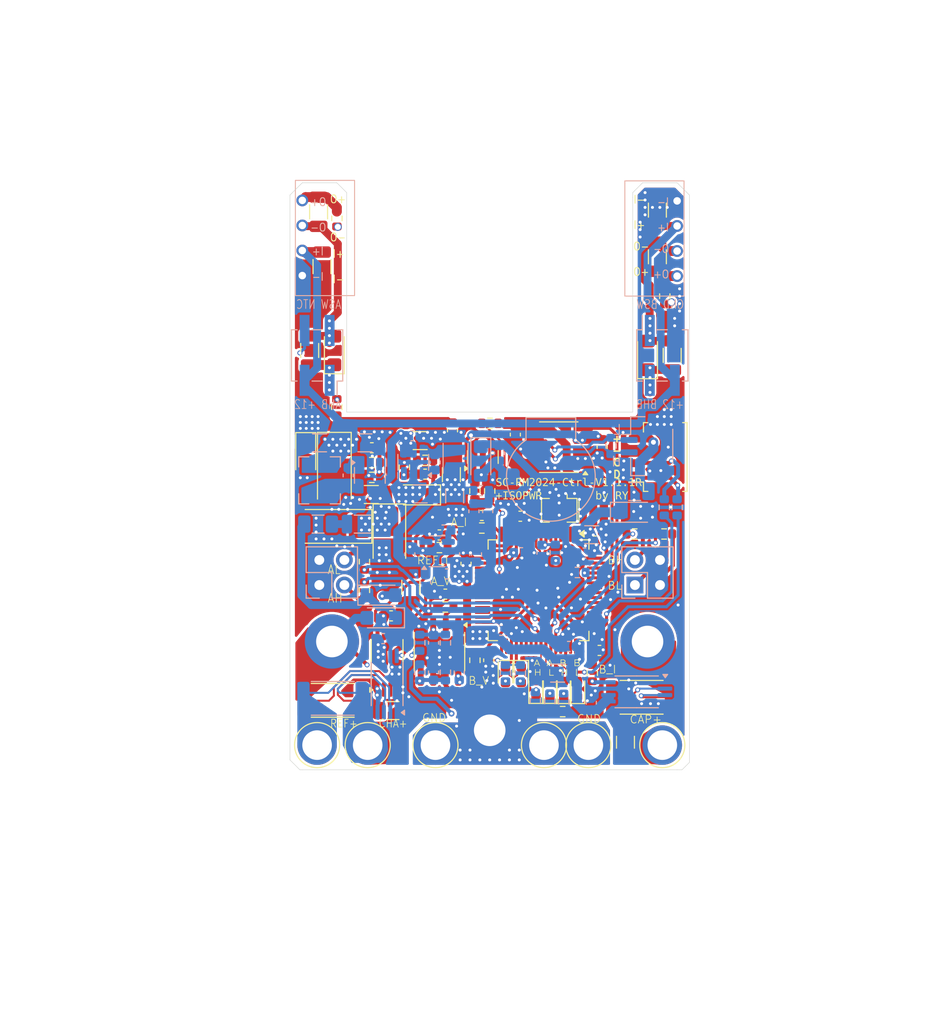
<source format=kicad_pcb>
(kicad_pcb (version 20240108) (generator "pcbnew") (generator_version "8.0")
  (layers (0 "F.Cu" signal) (1 "In1.Cu" power) (2 "In2.Cu" power) (31 "B.Cu" signal) (34 "B.Paste" user) (35 "F.Paste" user) (36 "B.SilkS" user "B.Silkscreen") (37 "F.SilkS" user "F.Silkscreen") (38 "B.Mask" user) (39 "F.Mask" user) (44 "Edge.Cuts" user))
  (net 0 "")
  (net 1 "CHASSIS+")
  (net 2 "GND")
  (net 3 "+5V")
  (net 4 "Net-(BZ1--)")
  (net 5 "REFEREE+")
  (net 6 "CAP+")
  (net 7 "+3.3V")
  (net 8 "Net-(U7-NRST)")
  (net 9 "Net-(C23-Pad1)")
  (net 10 "Net-(C24-Pad1)")
  (net 11 "REFEREE_I_ADC")
  (net 12 "A_I_ADC")
  (net 13 "CAP_I_ADC")
  (net 14 "VASENSE_ADC")
  (net 15 "VBSENSE_ADC")
  (net 16 "Thermistor_ADC")
  (net 17 "Net-(U9-BS)")
  (net 18 "Net-(U9-LX)")
  (net 19 "Net-(U9-FB)")
  (net 20 "+12V")
  (net 21 "Net-(U10-BP{slash}FB)")
  (net 22 "VPP")
  (net 23 "Net-(U11-LX)")
  (net 24 "Net-(U11-BS)")
  (net 25 "Net-(U11-FB)")
  (net 26 "A_POWER")
  (net 27 "Net-(D1-K)")
  (net 28 "B_POWER")
  (net 31 "Net-(BZ1-+)")
  (net 33 "PB15")
  (net 34 "Net-(D13-A)")
  (net 35 "Net-(D14-A)")
  (net 36 "PB14")
  (net 37 "PC6")
  (net 38 "PC7")
  (net 39 "PC8")
  (net 40 "PC9")
  (net 41 "IA+")
  (net 42 "IB+")
  (net 43 "Net-(J3-Pin_1)")
  (net 44 "Net-(F4-Pad2)")
  (net 45 "B_SW")
  (net 46 "B_HB")
  (net 47 "CANL")
  (net 48 "CANH")
  (net 49 "Net-(J3-Pin_4)")
  (net 50 "NTC")
  (net 51 "A_SW")
  (net 52 "A_HB")
  (net 53 "Net-(Q1-G)")
  (net 54 "BUZZER")
  (net 55 "Net-(U7-BOOT0)")
  (net 56 "REFEREE_I")
  (net 57 "A_I")
  (net 58 "CAP_I")
  (net 59 "VASENSE")
  (net 60 "VBSENSE")
  (net 61 "SWDCK")
  (net 62 "SWDIO")
  (net 73 "Net-(U7-PF1)")
  (net 80 "CAN_TX")
  (net 87 "CAN_RX")
  (net 89 "Net-(U7-PF0)")
  (net 92 "Net-(J3-Pin_2)")
  (net 93 "Net-(D6-K)")
  (net 94 "Net-(D7-K)")
  (net 95 "Net-(D8-K)")
  (net 96 "Net-(D9-K)")
  (net 97 "B_H_OUT")
  (net 98 "B_L_OUT")
  (net 99 "A_H_OUT")
  (net 100 "A_L_OUT")
  (net 101 "/A_H")
  (net 102 "/A_L")
  (net 103 "/B_H")
  (net 104 "/B_L")
  (net 105 "Net-(U1-VOUT+)")
  (net 106 "Net-(U3-VOUT+)")
  (footprint "Diode_SMD:D_SMF" (layer "F.Cu") (at 81.35 68.1875 -90)
    (property "Reference" "D19" (hide yes))
    (property "Value" "SMF10A")
  )
  (footprint "Capacitor_SMD:C_0603_1608Metric" (layer "F.Cu") (at 96.226256 65.607881 -90)
    (property "Reference" "C32" (hide yes))
    (property "Value" "100n")
  )
  (footprint "Resistor_SMD:R_2512_6332Metric" (layer "F.Cu") (at 84.083541 92.959948 180)
    (property "Reference" "R12" (hide yes))
    (property "Value" "2mr")
  )
  (footprint "Resistor_SMD:R_0603_1608Metric" (layer "F.Cu") (at 88.05 68.8625)
    (property "Reference" "R39" (hide yes))
    (property "Value" "118k")
  )
  (footprint "TestPoint:TestPoint_Plated_Hole_D3.0mm" (layer "F.Cu") (at 117.5 97.5)
    (property "Reference" "TP5" (hide yes))
    (property "Value" "TestPoint")
  )
  (footprint "Capacitor_SMD:C_1206_3216Metric" (layer "F.Cu") (at 81.75 57.5 -90)
    (property "Reference" "C18" (hide yes))
    (property "Value" "10u")
  )
  (footprint "Capacitor_SMD:C_0603_1608Metric" (layer "F.Cu") (at 97.6 79.1 90)
    (property "Reference" "C14" (hide yes))
    (property "Value" "100n")
  )
  (footprint "MountingHole:MountingHole_3.2mm_M3_ISO14580_Pad" (layer "F.Cu") (at 84 87)
    (property "Reference" "H1" (hide yes))
    (property "Value" "MountingHole_Pad")
  )
  (footprint "Resistor_SMD:R_0603_1608Metric" (layer "F.Cu") (at 84.5 63.25 -90)
    (property "Reference" "R37" (hide yes))
    (property "Value" "33r")
  )
  (footprint "Resistor_SMD:R_0603_1608Metric" (layer "F.Cu") (at 100 71.7375 -90)
    (property "Reference" "R6" (hide yes))
    (property "Value" "10k")
  )
  (footprint "Connector_Molex:Molex_PicoBlade_53261-0471_1x04-1MP_P1.25mm_Horizontal" (layer "F.Cu") (at 117.3 68.3 90)
    (property "Reference" "J3" (hide yes))
    (property "Value" "Conn_01x04_MountingPin")
  )
  (footprint "Resistor_SMD:R_0603_1608Metric" (layer "F.Cu") (at 95.5 83.5 180)
    (property "Reference" "R26" (hide yes))
    (property "Value" "33r")
  )
  (footprint "Resistor_SMD:R_0603_1608Metric" (layer "F.Cu") (at 84.509397 44.109617 -90)
    (property "Reference" "R18" (hide yes))
    (property "Value" "68r")
  )
  (footprint "Resistor_SMD:R_0603_1608Metric" (layer "F.Cu") (at 94.9 77.478588 180)
    (property "Reference" "R22" (hide yes))
    (property "Value" "33r")
  )
  (footprint "Resistor_SMD:R_0603_1608Metric" (layer "F.Cu") (at 93.45 68.6375 180)
    (property "Reference" "R41" (hide yes))
    (property "Value" "53.6k")
  )
  (footprint "Capacitor_SMD:C_1206_3216Metric" (layer "F.Cu") (at 92 81.5 90)
    (property "Reference" "C58" (hide yes))
    (property "Value" "100u 6.3V")
  )
  (footprint "LED_SMD:LED_0603_1608Metric" (layer "F.Cu") (at 107.5 91.8 90)
    (property "Reference" "D8" (hide yes))
    (property "Value" "LED")
  )
  (footprint "Package_TO_SOT_SMD:SOT-23" (layer "F.Cu") (at 99.3 68.3 90)
    (property "Reference" "Q1" (hide yes))
    (property "Value" "AO3400A")
  )
  (footprint "Resistor_SMD:R_0603_1608Metric" (layer "F.Cu") (at 87.3 78.9 90)
    (property "Reference" "R2" (hide yes))
    (property "Value" "33r")
  )
  (footprint "Capacitor_SMD:C_0603_1608Metric" (layer "F.Cu") (at 110.65 75.8)
    (property "Reference" "C15" (hide yes))
    (property "Value" "10u")
  )
  (footprint "Resistor_SMD:R_0603_1608Metric" (layer "F.Cu") (at 88.05 70.3625 180)
    (property "Reference" "R40" (hide yes))
    (property "Value" "10k")
  )
  (footprint "TestPoint:TestPoint_Plated_Hole_D3.0mm" (layer "F.Cu") (at 110 97.5)
    (property "Reference" "TP6" (hide yes))
    (property "Value" "TestPoint")
  )
  (footprint "TestPoint:TestPoint_Plated_Hole_D3.0mm" (layer "F.Cu") (at 105.5 97.5)
    (property "Reference" "TP4" (hide yes))
    (property "Value" "TestPoint")
  )
  (footprint "LED_SMD:LED_0603_1608Metric" (layer "F.Cu") (at 106.1 91.7875 90)
    (property "Reference" "D7" (hide yes))
    (property "Value" "LED")
  )
  (footprint "Package_SO:SOIC-8_3.9x4.9mm_P1.27mm" (layer "F.Cu") (at 107 67.3 180)
    (property "Reference" "U8" (hide yes))
    (property "Value" "SIT1042/3")
  )
  (footprint "Capacitor_SMD:C_1206_3216Metric" (layer "F.Cu") (at 88 72.1 180)
    (property "Reference" "C44" (hide yes))
    (property "Value" "10u")
  )
  (footprint "Resistor_SMD:R_0603_1608Metric" (layer "F.Cu") (at 87.3 81.8 -90)
    (property "Reference" "R1" (hide yes))
    (property "Value" "33r")
  )
  (footprint "Capacitor_SMD:C_0603_1608Metric" (layer "F.Cu") (at 103.1 74.3 180)
    (property "Reference" "C17" (hide yes))
    (property "Value" "100n")
  )
  (footprint "Capacitor_SMD:C_0603_1608Metric" (layer "F.Cu") (at 111.4 67.3 90)
    (property "Reference" "C26" (hide yes))
    (property "Value" "100n")
  )
  (footprint "Capacitor_SMD:C_0603_1608Metric" (layer "F.Cu") (at 88.05 67.3625)
    (property "Reference" "C35" (hide yes))
    (property "Value" "100p")
  )
  (footprint "Capacitor_Tantalum_SMD:CP_EIA-6032-28_Kemet-C" (layer "F.Cu") (at 84.25 69.5625 -90)
    (property "Reference" "C38" (hide yes))
    (property "Value" "C_Polarized")
  )
  (footprint "Diode_SMD:D_SMF" (layer "F.Cu") (at 84.25 57.5 90)
    (property "Reference" "D10" (hide yes))
    (property "Value" "SMF10A")
  )
  (footprint "Resistor_SMD:R_0603_1608Metric" (layer "F.Cu") (at 100.022825 64.884912 180)
    (property "Reference" "R28" (hide yes))
    (property "Value" "10k")
  )
  (footprint "MountingHole:MountingHole_3.2mm_M3_ISO14580_Pad" (layer "F.Cu") (at 116 87)
    (property "Reference" "H2" (hide yes))
    (property "Value" "MountingHole_Pad")
  )
  (footprint "Capacitor_SMD:C_0603_1608Metric" (layer "F.Cu") (at 99.9 88.9 90)
    (property "Reference" "C31" (hide yes))
    (property "Value" "100n")
  )
  (footprint "Capacitor_SMD:C_1206_3216Metric" (layer "F.Cu") (at 118.5 58 -90)
    (property "Reference" "C53" (hide yes))
    (property "Value" "10u")
  )
  (footprint "LED_SMD:LED_0603_1608Metric" (layer "F.Cu") (at 101.6 90.4 -90)
    (property "Reference" "D14" (hide yes))
    (property "Value" "LED")
  )
  (footprint "Capacitor_SMD:C_0603_1608Metric" (layer "F.Cu") (at 102.6 66.025 90)
    (property "Reference" "C27" (hide yes))
    (property "Value" "100n")
  )
  (footprint "Capacitor_SMD:C_0603_1608Metric" (layer "F.Cu") (at 99.2 74.221412)
    (property "Reference" "C28" (hide yes))
    (property "Value" "100n")
  )
  (footprint "LED_SMD:LED_0603_1608Metric" (layer "F.Cu") (at 103.2 90.4 -90)
    (property "Reference" "D13" (hide yes))
    (property "Value" "LED")
  )
  (footprint "Resistor_SMD:R_0603_1608Metric" (layer "F.Cu") (at 117.675 76.1)
    (property "Reference" "R4" (hide yes))
    (property "Value" "33r")
  )
  (footprint "MountingHole:MountingHole_3.2mm_M3_ISO14580_Pad" (layer "F.Cu") (at 100 96)
    (property "Reference" "H3" (hide yes))
    (property "Value" "MountingHole_Pad")
  )
  (footprint "Package_QFP:LQFP-64_10x10mm_P0.5mm" (layer "F.Cu") (at 104.95 81.8 -90)
    (property "Reference" "U7" (hide yes))
    (property "Value" "STM32F334R8Tx")
  )
  (footprint "Package_SO:SOIC-8_3.9x4.9mm_P1.27mm" (layer "F.Cu") (at 94.905 88.025 -90)
    (property "Reference" "U6" (hide yes))
    (property "Value" "GS8332-SR")
  )
  (footprint "Resistor_SMD:R_0603_1608Metric" (layer "F.Cu") (at 99.2 75.5)
    (property "Reference" "R23" (hide yes))
    (property "Value" "33r")
  )
  (footprint "Fuse:Fuse_1206_3216Metric" (layer "F.Cu") (at 90.2 94 180)
    (property "Reference" "F1" (hide yes))
    (property "Value" "30A")
  )
  (footprint "Capacitor_SMD:C_0603_1608Metric" (layer "F.Cu") (at 90 84.4 180)
    (property "Reference" "C19" (hide yes))
    (property "Value" "100n")
  )
  (footprint "Resistor_SMD:R_0603_1608Metric" (layer "F.Cu") (at 114.7 76.1)
    (property "Reference" "R3" (hide yes))
    (property "Value" "33r")
  )
  (footprint "Resistor_SMD:R_0603_1608Metric" (layer "F.Cu") (at 98.5 88.9 90)
    (property "Reference" "R27" (hide yes))
    (property "Value" "33r")
  )
  (footprint "Fuse:Fuse_1206_3216Metric" (layer "F.Cu") (at 113.762245 97.208458 -90)
    (property "Reference" "F2" (hide yes))
    (property "Value" "30A")
  )
  (footprint "Package_SO:TSSOP-8_4.4x3mm_P0.65mm" (layer "F.Cu") (at 89.6 89 90)
    (property "Reference" "U4" (hide yes))
    (property "Value" "INA240A1PW")
  )
  (footprint "TestPoint:TestPoint_Plated_Hole_D3.0mm" (layer "F.Cu") (at 94.5 97.5)
    (property "Reference" "TP2" (hide yes))
    (property "Value" "TestPoint")
  )
  (footprint "Capacitor_SMD:C_0603_1608Metric" (layer "F.Cu") (at 111.125 87.9 180)
    (property "Reference" "C29" (hide yes))
    (property "Value" "100n")
  )
  (footprint "Capacitor_SMD:C_1206_3216Metric" (layer "F.Cu") (at 83 49 90)
    (property "Reference" "C55" (hide yes))
    (property "Value" "10u")
  )
  (footprint "Capacitor_SMD:C_0603_1608Metric" (layer "F.Cu") (at 95.5 82.2)
    (property "Reference" "C30" (hide yes))
    (property "Value" "100n")
  )
  (footprint "Diode_SMD:D_SMF" (layer "F.Cu") (at 92.65 72.1375 180)
    (property "Reference" "D22" (hide yes))
    (property "Value" "SMF5V0A")
  )
  (footprint "Resistor_SMD:R_0603_1608Metric" (layer "F.Cu") (at 110.4 90.2 90)
    (property "Reference" "R24" (hide yes))
    (property "Value" "33r")
  )
  (footprint "Capacitor_SMD:C_0603_1608Metric" (layer "F.Cu") (at 93.45 70.0375 180)
    (property "Reference" "C48" (hide yes))
    (property "Value" "100p")
  )
  (footprint "TestPoint:TestPoint_Plated_Hole_D3.0mm" (layer "F.Cu") (at 82.5 97.5)
    (property "Reference" "TP1" (hide yes))
    (property "Value" "TestPoint")
  )
  (footprint "Capacitor_SMD:C_0603_1608Metric" (layer "F.Cu") (at 94.9 76.2)
    (property "Reference" "C25" (hide yes))
    (property "Value" "100n")
  )
  (footprint "Capacitor_SMD:C_1206_3216Metric" (layer "F.Cu") (at 117 43.275 -90)
    (property "Reference" "C54" (hide yes))
    (property "Value" "10u")
  )
  (footprint "TestPoint:TestPoint_Plated_Hole_D3.0mm" (layer "F.Cu") (at 87.63 97.5)
    (property "Reference" "TP3" (hide yes))
    (property "Value" "TestPoint")
  )
  (footprint "Resistor_SMD:R_0603_1608Metric" (layer "F.Cu") (at 98.5 71.7375 90)
    (property "Reference" "R5" (hide yes))
    (property "Value" "33r")
  )
  (footprint "Capacitor_SMD:C_1206_3216Metric" (layer "F.Cu") (at 96.11589 70.083846 90)
    (property "Reference" "C51" (hide yes))
    (property "Value" "100u 6.3V")
  )
  (footprint "Capacitor_SMD:C_1206_3216Metric" (layer "F.Cu") (at 82.652354 43.445466 90)
    (property "Reference" "C9" (hide yes))
    (property "Value" "10u")
  )
  (footprint "Capacitor_SMD:C_1206_3216Metric" (layer "F.Cu") (at 117 48 -90)
    (property "Reference" "C52" (hide yes))
    (property "Value" "10u")
  )
  (footprint "Resistor_SMD:R_0603_1608Metric" (layer "F.Cu") (at 91.35 69.3375 90)
    (property "Reference" "R42" (hide yes))
    (property "Value" "10k")
  )
  (footprint "Capacitor_SMD:C_1206_3216Metric" (layer "F.Cu") (at 92.95 66.6375)
    (property "Reference" "C45" (hide yes))
    (property "Value" "10u")
  )
  (footprint "Resistor_SMD:R_0603_1608Metric" (layer "F.Cu") (at 107.4 94.1 180)
    (property "Reference" "R11" (hide yes))
    (property "Value" "2.2k")
  )
  (footprint "Resistor_SMD:R_2512_6332Metric" (layer "F.Cu") (at 115.402118 92.650167 180)
    (property "Reference" "R15" (hide yes))
    (property "Value" "2mr")
  )
  (footprint "Crystal:Resonator_SMD_Murata_CSTxExxV-3Pin_3.0x1.1mm" (layer "F.Cu") (at 107.05 73.7 180)
    (property "Reference" "Y1" (hide yes))
    (property "Value" "CSTCE8M")
  )
  (footprint "Diode_SMD:D_SMF" (layer "F.Cu") (at 116 58 90)
    (property "Reference" "D11" (hide yes))
    (property "Value" "SMF10A")
  )
  (footprint "LED_SMD:LED_0603_1608Metric" (layer "F.Cu") (at 104.7 91.7875 90)
    (property "Reference" "D6" (hide yes))
    (property "Value" "LED")
  )
  (footprint "Capacitor_Tantalum_SMD:CP_EIA-6032-28_Kemet-C" (layer "F.Cu") (at 84.290162 75.328375 180)
    (property "Reference" "C46" (hide yes))
    (property "Value" "C_Polarized")
  )
  (footprint "Resistor_SMD:R_0603_1608Metric" (layer "F.Cu") (at 117.75 52 -90)
    (property "Reference" "R21" (hide yes))
    (property "Value" "68r")
  )
  (footprint "Diode_SMD:D_SMA" (layer "F.Cu") (at 89.831983 76.567206 -90)
    (property "Reference" "D5" (hide yes))
    (property "Value" "SMAJ28A")
  )
  (footprint "LED_SMD:LED_0603_1608Metric" (layer "F.Cu") (at 108.9 91.8 90)
    (property "Reference" "D9" (hide yes))
    (property "Value" "LED")
  )
  (footprint "Package_TO_SOT_SMD:SOT-23-6" (layer "B.Cu") (at 87.85 70.1625 -90)
    (property "Reference" "U9" (hide yes))
    (property "Value" "RY8411")
  )
  (footprint "Resistor_SMD:R_0603_1608Metric" (layer "B.Cu") (at 95.51 90.125 -90)
    (property "Reference" "R20" (hide yes))
    (property "Value" "10k 25ppm")
  )
  (footprint "Connector_PinHeader_2.54mm:PinHeader_2x02_P2.54mm_Vertical" (layer "B.Cu") (at 114.725 81.275)
    (property "Reference" "J5" (hide yes))
    (property "Value" "Conn_02x02_Odd_Even")
  )
  (footprint "Capacitor_SMD:C_0603_1608Metric" (layer "B.Cu") (at 98.6575 78.145 90)
    (property "Reference" "C41" (hide yes))
    (property "Value" "100n")
  )
  (footprint "Connector_PinHeader_2.54mm:PinHeader_2x02_P2.54mm_Vertical" (layer "B.Cu") (at 82.725 81.275)
    (property "Reference" "J6" (hide yes))
    (property "Value" "Conn_02x02_Odd_Even")
  )
  (footprint "Resistor_SMD:R_0603_1608Metric" (layer "B.Cu") (at 106.1 93.075 90)
    (property "Reference" "R8" (hide yes))
    (property "Value" "2.2k")
  )
  (footprint "0_RM2024:BxxxxS-1W" (layer "B.Cu") (at 86.3 40.26 -90)
    (property "Reference" "U1" (hide yes))
    (property "Value" "ISO_DC")
  )
  (footprint "Capacitor_SMD:C_0603_1608Metric" (layer "B.Cu") (at 103.2 78 180)
    (property "Reference" "C16" (hide yes))
    (property "Value" "10u")
  )
  (footprint "Diode_SMD:D_SMF" (layer "B.Cu") (at 99.1 68.7 -90)
    (property "Reference" "D3" (hide yes))
    (property "Value" "DSS34")
  )
  (footprint "Inductor_SMD:L_Bourns-SRN4018" (layer "B.Cu") (at 82.75 70.6625 90)
    (property "Reference" "L1" (hide yes))
    (property "Value" "4.7u")
  )
  (footprint "Resistor_SMD:R_0603_1608Metric" (layer "B.Cu") (at 108.9 80)
    (property "Reference" "R14" (hide yes))
    (property "Value" "1k")
  )
  (footprint "Resistor_SMD:R_0603_1608Metric" (layer "B.Cu") (at 103.11 90.2 90)
    (property "Reference" "R30" (hide yes))
    (property "Value" "1k")
  )
  (footprint "Resistor_SMD:R_0603_1608Metric" (layer "B.Cu") (at 117.7 73.4 90)
    (property "Reference" "R36" (hide yes))
    (property "Value" "120r")
  )
  (footprint "Capacitor_SMD:C_0603_1608Metric" (layer "B.Cu") (at 94.31 87.125 -90)
    (property "Reference" "C23" (hide yes))
    (property "Value" "100n")
  )
  (footprint "Capacitor_SMD:C_0603_1608Metric" (layer "B.Cu") (at 95.6575 80.145 180)
    (property "Reference" "C42" (hide yes))
    (property "Value" "10u")
  )
  (footprint "Capacitor_SMD:C_0603_1608Metric" (layer "B.Cu") (at 94.45 68.8375 90)
    (property "Reference" "C47" (hide yes))
    (property "Value" "100n")
  )
  (footprint "Resistor_SMD:R_2512_6332Metric" (layer "B.Cu") (at 84.086488 92.759981)
    (property "Reference" "R9" (hide yes))
    (property "Value" "2mr")
  )
  (footprint "Capacitor_SMD:C_0603_1608Metric" (layer "B.Cu") (at 94.31 90.125 90)
    (property "Reference" "C24" (hide yes))
    (property "Value" "100n")
  )
  (footprint "Inductor_SMD:L_0603_1608Metric" (layer "B.Cu") (at 99.1125 71.7)
    (property "Reference" "FB2" (hide yes))
    (property "Value" "FerriteBead")
  )
  (footprint "Connector_JST:JST_GH_SM02B-GHS-TB_1x02-1MP_P1.25mm_Horizontal" (layer "B.Cu") (at 116 67.2 -90)
    (property "Reference" "J2" (hide yes))
    (property "Value" "Conn_01x02_MountingPin")
  )
  (footprint "Capacitor_SMD:C_1206_3216Metric" (layer "B.Cu") (at 106.879742 90.203294 180)
    (property "Reference" "C57" (hide yes))
    (property "Value" "100u 6.3V")
  )
  (footprint "Diode_SMD:D_SMF" (layer "B.Cu") (at 114.6 73.9)
    (property "Reference" "D4" (hide yes))
    (property "Value" "SMF3.3A")
  )
  (footprint "Capacitor_SMD:C_1206_3216Metric" (layer "B.Cu") (at 96.45 72.2375 -90)
    (property "Reference" "C50" (hide yes))
    (property "Value" "10u")
  )
  (footprint "Diode_SMD:D_SMF" (layer "B.Cu") (at 89 84.6 180)
    (property "Reference" "D1" (hide yes))
    (property "Value" "DSS34")
  )
  (footprint "Capacitor_SMD:C_1206_3216Metric" (layer "B.Cu") (at 110.342613 76.17346)
    (property "Reference" "C56" (hide yes))
    (property "Value" "100u 6.3V")
  )
  (footprint "Resistor_SMD:R_0603_1608Metric" (layer "B.Cu") (at 104.628532 92.972657 90)
    (property "Reference" "R7" (hide yes))
    (property "Value" "2.2k")
  )
  (footprint "0_RM2024:BxxxxS-1W" (layer "B.Cu") (at 113.7 51.99 90)
    (property "Reference" "U3" (hide yes))
    (property "Value" "ISO_DC")
  )
  (footprint "Capacitor_SMD:C_0603_1608Metric" (layer "B.Cu") (at 109.602198 78.037637 180)
    (property "Reference" "C13" (hide yes))
    (property "Value" "100n")
  )
  (footprint "Inductor_SMD:L_Sunlord_SWPA252012S" (layer "B.Cu") (at 96.536257 68.426961 -90)
    (property "Reference" "L2" (hide yes))
    (property "Value" "4.7u")
  )
  (footprint "Resistor_SMD:R_0603_1608Metric" (layer "B.Cu") (at 92.91 90.125 -90)
    (property "Reference" "R19" (hide yes))
    (property "Value" "90k 25ppm")
  )
  (footprint "Capacitor_SMD:C_1206_3216Metric" (layer "B.Cu") (at 87.35 66.8625)
    (property "Reference" "C36" (hide yes))
    (property "Value" "10u")
  )
  (footprint "Capacitor_SMD:C_0603_1608Metric" (layer "B.Cu") (at 87.7 72.9)
    (property "Reference" "C1" (hide yes))
    (property "Value" "100n")
  )
  (footprint "Capacitor_SMD:C_1206_3216Metric" (layer "B.Cu") (at 92.95 72.0375 180)
    (property "Reference" "C49" (hide yes))
    (property "Value" "10u")
  )
  (footprint "Capacitor_SMD:C_0603_1608Metric" (layer "B.Cu") (at 97.4575 78.145 90)
    (property "Reference" "C40" (hide yes))
    (property "Value" "10u")
  )
  (footprint "Connector_PinHeader_2.54mm:PinHeader_2x02_P2.54mm_Vertical_SMD" (layer "B.Cu") (at 117.5 58 -90)
    (property "Reference" "J1" (hide yes))
    (property "Value" "Conn_02x02_Odd_Even")
  )
  (footprint "Inductor_SMD:L_1206_3216Metric" (layer "B.Cu") (at 87.1 75.1)
    (property "Reference" "FB1" (hide yes))
    (property "Value" "FerriteBead")
  )
  (footprint "Resistor_SMD:R_0603_1608Metric" (layer "B.Cu") (at 92.91 87.125 90)
    (property "Reference" "R16" (hide yes))
    (property "Value" "90k 25ppm")
  )
  (footprint "Connector_PinHeader_2.54mm:PinHeader_2x02_P2.54mm_Vertical_SMD" (layer "B.Cu") (at 82.5 58 90)
    (property "Reference" "J4" (hide yes))
    (property "Value" "Conn_02x02_Odd_Even")
  )
  (footprint "Capacitor_SMD:C_0603_1608Metric" (layer "B.Cu") (at 89.2 86.7)
    (property "Reference" "C10" (hide yes))
    (property "Value" "100n")
  )
  (footprint "Capacitor_SMD:C_0603_1608Metric" (layer "B.Cu") (at 96.91 90.125 90)
    (property "Reference" "C21" (hide yes))
    (property "Value" "100n")
  )
  (footprint "Capacitor_SMD:C_0603_1608Metric" (layer "B.Cu") (at 108.025 87.5 180)
    (property "Reference" "C11" (hide yes))
    (property "Value" "100n")
  )
  (footprint "Capacitor_SMD:C_0603_1608Metric" (layer "B.Cu") (at 92.15 66.1375)
    (property "Reference" "C8" (hide yes))
    (property "Value" "100n")
  )
  (footprint "Capacitor_SMD:C_0603_1608Metric" (layer "B.Cu") (at 95.3 75.7 180)
    (property "Reference" "C43" (hide yes))
    (property "Value" "10n")
  )
  (footprint "Resistor_SMD:R_0603_1608Metric" (layer "B.Cu") (at 119 73.4 90)
    (property "Reference" "R38" (hide yes))
    (property "Value" "120r")
  )
  (footprint "Capacitor_SMD:C_0603_1608Metric" (layer "B.Cu") (at 110.3 93.2 90)
    (property "Reference" "C22" (hide yes))
    (property "Value" "100n")
  )
  (footprint "Capacitor_SMD:C_0603_1608Metric" (layer "B.Cu") (at 91.9 78.15 90)
    (property "Reference" "C39" (hide yes))
    (property "Value" "100n")
  )
  (footprint "Capacitor_SMD:C_0603_1608Metric" (layer "B.Cu") (at 93.5 81 -90)
    (property "Reference" "C34" (hide yes))
    (property "Value" "10u")
  )
  (footprint "Resistor_SMD:R_0603_1608Metric" (layer "B.Cu") (at 106.65 78 90)
    (property "Reference" "R13" (hide yes))
    (property "Value" "1k")
  )
  (footprint "Diode_SMD:D_SMF" (layer "B.Cu") (at 89 82.3)
    (property "Reference" "D2" (hide yes))
    (property "Value" "DSS34")
  )
  (footprint "Package_SO:TSSOP-8_4.4x3mm_P0.65mm" (layer "B.Cu") (at 89.6 91.3 90)
    (property "Reference" "U2" (hide yes))
    (property "Value" "INA240A1PW")
  )
  (footprint "Capacitor_SMD:C_0603_1608Metric" (layer "B.Cu") (at 98.4 73.8 90)
    (property "Reference" "C3" (hide yes))
    (property "Value" "10u")
  )
  (footprint "Capacitor_SMD:C_0603_1608Metric" (layer "B.Cu") (at 99.8 73.8 90)
    (property "Reference" "C5" (hide yes))
    (property "Value" "10u")
  )
  (footprint "Package_TO_SOT_SMD:SOT-23-5" (layer "B.Cu") (at 94.6625 77.85)
    (property "Reference" "U10" (hide yes))
    (property "Value" "RS3236")
  )
  (footprint "Package_SO:TSSOP-8_4.4x3mm_P0.65mm" (layer "B.Cu") (at 114.9 92.1 180)
    (property "Reference" "U5" (hide yes))
    (property "Value" "INA240A1PW")
  )
  (footprint "Capacitor_SMD:C_0603_1608Metric" (layer "B.Cu") (at 85.65 70.1625 -90)
    (property "Reference" "C33" (hide yes))
    (property "Value" "100n")
  )
  (footprint "0_RM2024:MLT-9032" (layer "B.Cu") (at 106.2 70.3)
    (property "Reference" "BZ1" (hide yes))
    (property "Value" "Buzzer-9032")
  )
  (footprint "Resistor_SMD:R_0603_1608Metric" (layer "B.Cu") (at 101.6 90.2 90)
    (property "Reference" "R31" (hide yes))
    (property "Value" "1k")
  )
  (footprint "Capacitor_SMD:C_0603_1608Metric" (layer "B.Cu") (at 100.959631 67.911506 90)
    (property "Reference" "C4" (hide yes))
    (property "Value" "20p")
  )
  (footprint "Fuse:Fuse_1206_3216Metric" (layer "B.Cu") (at 114.7 71.8)
    (property "Reference" "F3" (hide yes))
    (property "Value" "1A")
  )
  (footprint "Package_TO_SOT_SMD:SOT-23-6" (layer "B.Cu") (at 92.25 68.8375 90)
    (property "Reference" "U11" (hide yes))
    (property "Value" "RY8411")
  )
  (footprint "Capacitor_SMD:C_0603_1608Metric" (layer "B.Cu") (at 105.3 78 -90)
    (property "Reference" "C20" (hide yes))
    (property "Value" "100n")
  )
  (footprint "Fuse:Fuse_1206_3216Metric" (layer "B.Cu") (at 82.6 75.1)
    (property "Reference" "F4" (hide yes))
    (property "Value" "1A")
  )
  (footprint "Resistor_SMD:R_0603_1608Metric" (layer "B.Cu") (at 95.51 87.125 90)
    (property "Reference" "R17" (hide yes))
    (property "Value" "10k 25ppm")
  )
  (footprint "Capacitor_SMD:C_1206_3216Metric" (layer "B.Cu") (at 82.75 66.8625 180)
    (property "Reference" "C37" (hide yes))
    (property "Value" "10u")
  )
  (footprint "Resistor_SMD:R_0603_1608Metric" (layer "B.Cu") (at 112.3 67.175 -90)
    (property "Reference" "R25" (hide yes))
    (property "Value" "120r")
  )
  (footprint "Capacitor_SMD:C_0603_1608Metric" (layer "B.Cu") (at 101.15 85.87)
    (property "Reference" "C12" (hide yes))
    (property "Value" "100n")
  )
  (footprint "Resistor_SMD:R_0603_1608Metric" (layer "B.Cu") (at 107.5 93.1 90)
    (property "Reference" "R10" (hide yes))
    (property "Value" "2.2k")
  )
  (gr_line (start 119 40.5) (end 115.5 40.5) (stroke (width 0.05)) (layer "Edge.Cuts"))
  (gr_line (start 80.75 100) (end 81 100) (stroke (width 0.05)) (layer "Edge.Cuts"))
  (gr_line (start 81 100) (end 119 100) (stroke (width 0.05)) (layer "Edge.Cuts"))
  (gr_line (start 114.5 41.5) (end 115.5 40.5) (stroke (width 0.05)) (layer "Edge.Cuts"))
  (gr_line (start 79.75 53) (end 79.75 99) (stroke (width 0.05)) (layer "Edge.Cuts"))
  (gr_line (start 120.25 99.25) (end 119.5 100) (stroke (width 0.05)) (layer "Edge.Cuts"))
  (gr_line (start 84.5 40.5) (end 81 40.5) (stroke (width 0.05)) (layer "Edge.Cuts"))
  (gr_line (start 85.5 63.75) (end 85.5 53) (stroke (width 0.05)) (layer "Edge.Cuts"))
  (gr_line (start 114.5 52.75) (end 114.5 63.75) (stroke (width 0.05)) (layer "Edge.Cuts"))
  (gr_line (start 114.5 52.75) (end 114.5 42) (stroke (width 0.05)) (layer "Edge.Cuts"))
  (gr_line (start 79.75 53) (end 79.75 41.75) (stroke (width 0.05)) (layer "Edge.Cuts"))
  (gr_line (start 79.75 99) (end 80.75 100) (stroke (width 0.05)) (layer "Edge.Cuts"))
  (gr_line (start 119.5 100) (end 119 100) (stroke (width 0.05)) (layer "Edge.Cuts"))
  (gr_line (start 114.5 42) (end 114.5 41.5) (stroke (width 0.05)) (layer "Edge.Cuts"))
  (gr_line (start 85.5 53) (end 85.5 41.5) (stroke (width 0.05)) (layer "Edge.Cuts"))
  (gr_line (start 120.25 99.25) (end 120.25 53.25) (stroke (width 0.05)) (layer "Edge.Cuts"))
  (gr_line (start 120.25 41.75) (end 119 40.5) (stroke (width 0.05)) (layer "Edge.Cuts"))
  (gr_line (start 79.75 41.75) (end 81 40.5) (stroke (width 0.05)) (layer "Edge.Cuts"))
  (gr_line (start 120.25 53.25) (end 120.25 41.75) (stroke (width 0.05)) (layer "Edge.Cuts"))
  (gr_line (start 85.5 41.5) (end 84.5 40.5) (stroke (width 0.05)) (layer "Edge.Cuts"))
  (gr_line (start 114.5 63.75) (end 85.5 63.75) (stroke (width 0.05)) (layer "Edge.Cuts"))
  (gr_text "O-\n\nO+" (at 118.25 50.25 -0) (layer "B.SilkS") (effects (font (size 0.8 0.7) (thickness 0.1)) (justify left bottom mirror)))
  (gr_text "L\n\nH" (at 113.435302 69.341877 0) (layer "B.SilkS") (effects (font (size 1 1) (thickness 0.1)) (justify left bottom mirror)))
  (gr_text "ASW NTC\n\n\n\n\n\n\nAHB +12" (at 85 63.5 0) (layer "B.SilkS") (effects (font (size 0.9 0.7) (thickness 0.08)) (justify left bottom mirror)))
  (gr_text "I-\n\nI+" (at 118.25 45.5 -0) (layer "B.SilkS") (effects (font (size 0.8 0.7) (thickness 0.1)) (justify left bottom mirror)))
  (gr_text "GND BSW\n\n\n\n\n\n\n+12 BHB" (at 119.75 63.5 0) (layer "B.SilkS") (effects (font (size 0.9 0.7) (thickness 0.08)) (justify left bottom mirror)))
  (gr_text "O+\n\nO-" (at 83.49 45.5 0) (layer "B.SilkS") (effects (font (size 0.8 0.7) (thickness 0.1)) (justify left bottom mirror)))
  (gr_text "I+\n\nI-" (at 83.25 50.5 -0) (layer "B.SilkS") (effects (font (size 0.8 0.7) (thickness 0.1)) (justify left bottom mirror)))
  (gr_text "GND" (at 93.1 95.2 0) (layer "F.SilkS") (effects (font (size 0.8 0.8) (thickness 0.08)) (justify left bottom)))
  (gr_text "CAP+" (at 114.140235 95.359874 0) (layer "F.SilkS") (effects (font (size 0.8 0.8) (thickness 0.08)) (justify left bottom)))
  (gr_text "O-\n\nO+" (at 114.5 50 0) (layer "F.SilkS") (effects (font (size 0.8 0.7) (thickness 0.1)) (justify left bottom)))
  (gr_text "A_V" (at 93.98 81.353434 0) (layer "F.SilkS") (effects (font (size 0.8 0.8) (thickness 0.08)) (justify left bottom)))
  (gr_text "A A B B\nH L H L" (at 104.4 90.5 0) (layer "F.SilkS") (effects (font (size 0.6 0.8) (thickness 0.07)) (justify left bottom)))
  (gr_text "B_I" (at 110.994805 90.299494 0) (layer "F.SilkS") (effects (font (size 0.8 0.8) (thickness 0.08)) (justify left bottom)))
  (gr_text "BH\n\nBL" (at 111.9 81.8 0) (layer "F.SilkS") (effects (font (size 0.8 0.8) (thickness 0.08)) (justify left bottom)))
  (gr_text "+\n-\nC\nD" (at 112.9 70.5 0) (layer "F.SilkS") (effects (font (size 0.75 0.75)) (justify bottom)))
  (gr_text "A_I" (at 95.997678 75.371458 0) (layer "F.SilkS") (effects (font (size 0.8 0.8) (thickness 0.08)) (justify left bottom)))
  (gr_text "B_V" (at 97.79 91.44 0) (layer "F.SilkS") (effects (font (size 0.8 0.8) (thickness 0.08)) (justify left bottom)))
  (gr_text "I+\n\nI-" (at 84 50.75 0) (layer "F.SilkS") (effects (font (size 0.8 0.7) (thickness 0.1)) (justify left bottom)))
  (gr_text "REF_I" (at 92.57196 79.238635 0) (layer "F.SilkS") (effects (font (size 0.8 0.8) (thickness 0.08)) (justify left bottom)))
  (gr_text "O+\n\n\nO-" (at 83.75 46.5 0) (layer "F.SilkS") (effects (font (size 0.8 0.7) (thickness 0.1)) (justify left bottom)))
  (gr_text "I-\n\nI+" (at 114.5 45.25 0) (layer "F.SilkS") (effects (font (size 0.8 0.7) (thickness 0.1)) (justify left bottom)))
  (gr_text "SC-RM2024-Ctrl-V1.1.1R\n+ISOPWR        by RY" (at 100.6 72.729181 0) (layer "F.SilkS") (effects (font (size 0.8 0.8) (thickness 0.08)) (justify left bottom)))
  (gr_text "REF+    CHA+" (at 83.764223 95.773722 0) (layer "F.SilkS") (effects (font (size 0.8 0.7) (thickness 0.08)) (justify left bottom)))
  (gr_text "AL\n\nAH" (at 83.510496 83.134309 0) (layer "F.SilkS") (effects (font (size 0.9 0.8) (thickness 0.08)) (justify left bottom)))
  (gr_text "GND" (at 108.8 95.3 0) (layer "F.SilkS") (effects (font (size 0.8 0.8) (thickness 0.08)) (justify left bottom)))
  (segment (start 84.8 92.2) (end 84.6 92) (width 0.2) (layer "B.Cu") (net 1))
  (segment (start 89.4 92.9) (end 89.275 93.025) (width 0.2) (layer "B.Cu") (net 1))
  (segment (start 89.275 93.025) (end 89.275 94.1625) (width 0.2) (layer "B.Cu") (net 1))
  (segment (start 86 90.4) (end 88 90.4) (width 0.2) (layer "B.Cu") (net 1))
  (segment (start 89.4 91.8) (end 89.4 92.9) (width 0.2) (layer "B.Cu") (net 1))
  (segment (start 84.6 91.8) (end 86 90.4) (width 0.2) (layer "B.Cu") (net 1))
  (segment (start 86.489007 92.2) (end 84.8 92.2) (width 0.2) (layer "B.Cu") (net 1))
  (segment (start 87.048988 92.759981) (end 86.489007 92.2) (width 0.2) (layer "B.Cu") (net 1))
  (segment (start 84.6 92) (end 84.6 91.8) (width 0.2) (layer "B.Cu") (net 1))
  (segment (start 88 90.4) (end 89.4 91.8) (width 0.2) (layer "B.Cu") (net 1))
  (segment (start 98.39688 78.55) (end 99.275 78.55) (width 0.3) (layer "F.Cu") (net 2))
  (segment (start 97.327435 78.02) (end 97.6 78.292565) (width 0.3) (layer "F.Cu") (net 2))
  (segment (start 107.5 72.1) (end 107.05 72.55) (width 0.3) (layer "F.Cu") (net 2))
  (segment (start 100.296227 70.616273) (end 100.25 70.6625) (width 0.6) (layer "F.Cu") (net 2))
  (segment (start 117.7 63.5) (end 117.525 63.6) (width 0.4) (layer "F.Cu") (net 2))
  (segment (start 100.25 70.6625) (end 100.25 69.2375) (width 0.6) (layer "F.Cu") (net 2))
  (segment (start 102.6 68.254999) (end 103.550001 69.205) (width 0.8) (layer "F.Cu") (net 2))
  (segment (start 117.7 64.2) (end 117.8 63.875) (width 0.4) (layer "F.Cu") (net 2))
  (segment (start 104.2 84.1) (end 102.7 85.6) (width 0.3) (layer "F.Cu") (net 2))
  (segment (start 97.347435 78) (end 98.05 78) (width 0.3) (layer "F.Cu") (net 2))
  (segment (start 103.550001 69.205) (end 104.525 69.205) (width 0.8) (layer "F.Cu") (net 2))
  (segment (start 104 74.7) (end 103.725 74.7) (width 0.3) (layer "F.Cu") (net 2))
  (segment (start 103.267658 78.532465) (end 103.2 78.464807) (width 0.3) (layer "F.Cu") (net 2))
  (segment (start 106.6 72.2) (end 106.55 72.15) (width 0.3) (layer "F.Cu") (net 2))
  (segment (start 115.212182 80) (end 112.5 80) (width 0.3) (layer "F.Cu") (net 2))
  (segment (start 93.821392 83.8964) (end 93.975 83.742792) (width 0.2) (layer "F.Cu") (net 2))
  (segment (start 89.275 84.45) (end 89.225 84.4) (width 0.4) (layer "F.Cu") (net 2))
  (segment (start 117.525 63.6) (end 117.7 64.2) (width 0.4) (layer "F.Cu") (net 2))
  (segment (start 107 72.6) (end 107 72.2) (width 0.3) (layer "F.Cu") (net 2))
  (segment (start 98.165318 71.6125) (end 99.3 71.6125) (width 0.2) (layer "F.Cu") (net 2))
  (segment (start 109.58004 78.55) (end 110.625 78.55) (width 0.3) (layer "F.Cu") (net 2))
  (segment (start 108 85.7) (end 108 85.651471) (width 0.3) (layer "F.Cu") (net 2))
  (segment (start 111.9 78.15312) (end 111.50312 78.55) (width 0.3) (layer "F.Cu") (net 2))
  (segment (start 103.2 75.225) (end 103.2 76.125) (width 0.3) (layer "F.Cu") (net 2))
  (segment (start 93.975 82.325) (end 94.4 81.9) (width 0.2) (layer "F.Cu") (net 2))
  (segment (start 100.286237 85.05) (end 99.275 85.05) (width 0.3) (layer "F.Cu") (net 2))
  (segment (start 105.55 72.15) (end 105.85 72.15) (width 0.3) (layer "F.Cu") (net 2))
  (segment (start 105.232023 74.109505) (end 105.199998 74.07748) (width 0.3) (layer "F.Cu") (net 2))
  (segment (start 111.9 77.833294) (end 111.9 78.15312) (width 0.3) (layer "F.Cu") (net 2))
  (segment (start 108.2 85.9) (end 108.2 87.475) (width 0.3) (layer "F.Cu") (net 2))
  (segment (start 99.6 90.407106) (end 97.632106 92.375) (width 0.2) (layer "F.Cu") (net 2))
  (segment (start 116.477182 78.735) (end 115.212182 80) (width 0.3) (layer "F.Cu") (net 2))
  (segment (start 108.4 72) (end 108.5 72.1) (width 0.3) (layer "F.Cu") (net 2))
  (segment (start 108 85.651471) (end 106.448529 84.1) (width 0.3) (layer "F.Cu") (net 2))
  (segment (start 106.35 72.15) (end 106.1 71.9) (width 0.3) (layer "F.Cu") (net 2))
  (segment (start 95.175 92.375) (end 94.9 92.1) (width 0.2) (layer "F.Cu") (net 2))
  (segment (start 108.6 72) (end 108.4 72) (width 0.3) (layer "F.Cu") (net 2))
  (segment (start 105.85 72.15) (end 106.1 71.9) (width 0.3) (layer "F.Cu") (net 2))
  (segment (start 106.55 72.15) (end 106.35 72.15) (width 0.3) (layer "F.Cu") (net 2))
  (segment (start 108.9 72.5) (end 108.6 72.2) (width 0.3) (layer "F.Cu") (net 2))
  (segment (start 108.883734 74.813985) (end 108.883734 74.616266) (width 0.3) (layer "F.Cu") (net 2))
  (segment (start 98.15 78.30312) (end 98.39688 78.55) (width 0.3) (layer "F.Cu") (net 2))
  (segment (start 107.7 72) (end 107.6 72.1) (width 0.3) (layer "F.Cu") (net 2))
  (segment (start 117.265 78.735) (end 116.477182 78.735) (width 0.3) (layer "F.Cu") (net 2))
  (segment (start 103.2 78.464807) (end 103.2 76.125) (width 0.3) (layer "F.Cu") (net 2))
  (segment (start 105.276283 72.423717) (end 105.200992 72.499008) (width 0.3) (layer "F.Cu") (net 2))
  (segment (start 107 72.2) (end 106.6 72.2) (width 0.3) (layer "F.Cu") (net 2))
  (segment (start 98.05 78) (end 98.15 78.1) (width 0.3) (layer "F.Cu") (net 2))
  (segment (start 97.6 78.292565) (end 97.6 78.325) (width 0.3) (layer "F.Cu") (net 2))
  (segment (start 99.6 90.1) (end 99.6 90.407106) (width 0.2) (layer "F.Cu") (net 2))
  (segment (start 109.1 72.6) (end 108.9 72.5) (width 0.3) (layer "F.Cu") (net 2))
  (segment (start 97.925 78) (end 97.925 78) (width 0.3) (layer "F.Cu") (net 2))
  (segment (start 107.05 72.963158) (end 107.041011 72.954169) (width 0.3) (layer "F.Cu") (net 2))
  (segment (start 109.48909 78.64095) (end 109.58004 78.55) (width 0.3) (layer "F.Cu") (net 2))
  (segment (start 112.5 80) (end 112.1 80.4) (width 0.3) (layer "F.Cu") (net 2))
  (segment (start 109.2 74.3) (end 109.1 73.6) (width 0.3) (layer "F.Cu") (net 2))
  (segment (start 111.50312 78.55) (end 110.625 78.55) (width 0.3) (layer "F.Cu") (net 2))
  (segment (start 81.565 50.475) (end 81 49.91) (width 1) (layer "F.Cu") (net 2))
  (segment (start 107.8 72.1) (end 107.7 72) (width 0.3) (layer "F.Cu") (net 2))
  (segment (start 103.725 74.7) (end 103.2 75.225) (width 0.3) (layer "F.Cu") (net 2))
  (segment (start 97.3 73.6) (end 97.3 72.477818) (width 0.2) (layer "F.Cu") (net 2))
  (segment (start 100.391237 84.945) (end 100.286237 85.05) (width 0.3) (layer "F.Cu") (net 2))
  (segment (start 105.200992 72.499008) (end 105.55 72.15) (width 0.3) (layer "F.Cu") (net 2))
  (segment (start 108.5 72.1) (end 107.8 72.1) (width 0.3) (layer "F.Cu") (net 2))
  (segment (start 105.232023 74.816724) (end 105.232023 74.109505) (width 0.3) (layer "F.Cu") (net 2))
  (segment (start 107.05 72.65) (end 107 72.6) (width 0.3) (layer "F.Cu") (net 2))
  (segment (start 97.632106 92.375) (end 95.175 92.375) (width 0.2) (layer "F.Cu") (net 2))
  (segment (start 106.448529 84.1) (end 104.2 84.1) (width 0.3) (layer "F.Cu") (net 2))
  (segment (start 97.327435 78.02) (end 97.347435 78) (width 0.3) (layer "F.Cu") (net 2))
  (segment (start 107.05 73.55) (end 107.05 72.963158) (width 0.3) (layer "F.Cu") (net 2))
  (segment (start 108.883734 74.616266) (end 109.2 74.3) (width 0.3) (layer "F.Cu") (net 2))
  (segment (start 105.199998 74.07748) (end 105.276283 74.001195) (width 0.3) (layer "F.Cu") (net 2))
  (segment (start 109.1 73.6) (end 109.1 72.6) (width 0.3) (layer "F.Cu") (net 2))
  (segment (start 83 50.475) (end 81.565 50.475) (width 1) (layer "F.Cu") (net 2))
  (segment (start 108 85.7) (end 108.2 85.9) (width 0.3) (layer "F.Cu") (net 2))
  (segment (start 89.275 86.1375) (end 89.275 84.45) (width 0.4) (layer "F.Cu") (net 2))
  (segment (start 104 74.425) (end 104 74.7) (width 0.3) (layer "F.Cu") (net 2))
  (segment (start 93.975 83.742792) (end 93.975 82.325) (width 0.2) (layer "F.Cu") (net 2))
  (segment (start 107.05 72.55) (end 107.05 73.55) (width 0.3) (layer "F.Cu") (net 2))
  (segment (start 97.3 72.477818) (end 98.165318 71.6125) (width 0.2) (layer "F.Cu") (net 2))
  (segment (start 111.584295 77.517589) (end 111.9 77.833294) (width 0.3) (layer "F.Cu") (net 2))
  (segment (start 104.125 74.3) (end 104 74.425) (width 0.3) (layer "F.Cu") (net 2))
  (segment (start 105.276283 74.001195) (end 105.276283 72.423717) (width 0.3) (layer "F.Cu") (net 2))
  (segment (start 108.6 72.2) (end 108.6 72) (width 0.3) (layer "F.Cu") (net 2))
  (segment (start 107.041011 72.954169) (end 107.05 72.94518) (width 0.3) (layer "F.Cu") (net 2))
  (segment (start 107.05 72.94518) (end 107.05 72.65) (width 0.3) (layer "F.Cu") (net 2))
  (segment (start 98.15 78.1) (end 98.15 78.30312) (width 0.3) (layer "F.Cu") (net 2))
  (segment (start 99.3 71.6125) (end 100 70.9125) (width 0.2) (layer "F.Cu") (net 2))
  (segment (start 102.6 66.8) (end 102.6 68.254999) (width 0.8) (layer "F.Cu") (net 2))
  (segment (start 100.296227 70.616273) (end 100 70.9125) (width 0.6) (layer "F.Cu") (net 2))
  (segment (start 107.6 72.1) (end 107.5 72.1) (width 0.3) (layer "F.Cu") (net 2))
  (via (at 91.5 72.1) (size 0.5) (drill 0.3) (layers "F.Cu" "B.Cu") (net 2))
  (via (at 118.4 63.5) (size 0.5) (drill 0.3) (layers "F.Cu" "B.Cu") (net 2))
  (via (at 116.3 65) (size 0.5) (drill 0.3) (layers "F.Cu" "B.Cu") (net 2))
  (via (at 107.041011 72.954169) (size 0.5) (drill 0.3) (layers "F.Cu" "B.Cu") (net 2))
  (via (at 107.7 72) (size 0.5) (drill 0.3) (layers "F.Cu" "B.Cu") (net 2))
  (via (at 103 95) (size 0.5) (drill 0.3) (layers "F.Cu" "B.Cu") (net 2))
  (via (at 109.1 73.6) (size 0.5) (drill 0.3) (layers "F.Cu" "B.Cu") (net 2))
  (via (at 102.2 86.2) (size 0.5) (drill 0.3) (layers "F.Cu" "B.Cu") (net 2))
  (via (at 118.4 65) (size 0.5) (drill 0.3) (layers "F.Cu" "B.Cu") (net 2))
  (via (at 111.5 87.842914) (size 0.5) (drill 0.3) (layers "F.Cu" "B.Cu") (net 2))
  (via (at 119.25 51.25) (size 0.5) (drill 0.3) (layers "F.Cu" "B.Cu") (net 2))
  (via (at 104.094692 90.041279) (size 0.5) (drill 0.3) (layers "F.Cu" "B.Cu") (net 2))
  (via (at 104.999999 71.633775) (size 0.5) (drill 0.3) (layers "F.Cu" "B.Cu") (net 2))
  (via (at 95 82.5) (size 0.5) (drill 0.3) (layers "F.Cu" "B.Cu") (net 2))
  (via (at 86.1 77.3) (size 0.5) (drill 0.3) (layers "F.Cu" "B.Cu") (net 2))
  (via (at 112.1 80.4) (size 0.5) (drill 0.3) (layers "F.Cu" "B.Cu") (net 2))
  (via (at 101.1 73) (size 0.5) (drill 0.3) (layers "F.Cu" "B.Cu") (net 2))
  (via (at 81.4 65.4) (size 0.5) (drill 0.3) (layers "F.Cu" "B.Cu") (net 2))
  (via (at 114.1 91.8) (size 0.5) (drill 0.3) (layers "F.Cu" "B.Cu") (net 2))
  (via (at 103.133976 67.492559) (size 0.5) (drill 0.3) (layers "F.Cu" "B.Cu") (net 2))
  (via (at 103.267658 78.532465) (size 0.5) (drill 0.3) (layers "F.Cu" "B.Cu") (net 2))
  (via (at 111.6 72.7) (size 0.5) (drill 0.3) (layers "F.Cu" "B.Cu") (net 2))
  (via (at 106.6 69.4) (size 0.5) (drill 0.3) (layers "F.Cu" "B.Cu") (net 2))
  (via (at 105.746833 79.261973) (size 0.5) (drill 0.3) (layers "F.Cu" "B.Cu") (net 2))
  (via (at 94.2 67) (size 0.5) (drill 0.3) (layers "F.Cu" "B.Cu") (net 2))
  (via (at 82 64.2) (size 0.5) (drill 0.3) (layers "F.Cu" "B.Cu") (net 2))
  (via (at 90.8 90.3) (size 0.5) (drill 0.3) (layers "F.Cu" "B.Cu") (net 2))
  (via (at 108.3 80.2) (size 0.5) (drill 0.3) (layers "F.Cu" "B.Cu") (net 2))
  (via (at 111.6 71.9) (size 0.5) (drill 0.3) (layers "F.Cu" "B.Cu") (net 2))
  (via (at 94.5 76.2) (size 0.5) (drill 0.3) (layers "F.Cu" "B.Cu") (net 2))
  (via (at 109.9 93) (size 0.5) (drill 0.3) (layers "F.Cu" "B.Cu") (net 2))
  (via (at 93.3 66.4) (size 0.5) (drill 0.3) (layers "F.Cu" "B.Cu") (net 2))
  (via (at 102.7 85.6) (size 0.5) (drill 0.3) (layers "F.Cu" "B.Cu") (net 2))
  (via (at 110.591274 86.19828) (size 0.5) (drill 0.3) (layers "F.Cu" "B.Cu") (net 2))
  (via (at 101.177963 85.270387) (size 0.5) (drill 0.3) (layers "F.Cu" "B.Cu") (net 2))
  (via (at 115.25 45.25) (size 0.5) (drill 0.3) (layers "F.Cu" "B.Cu") (net 2))
  (via (at 111.8 76.2) (size 0.5) (drill 0.3) (layers "F.Cu" "B.Cu") (net 2))
  (via (at 89.898959 65.798959) (size 0.5) (drill 0.3) (layers "F.Cu" "B.Cu") (net 2))
  (via (at 115.4 93.3) (size 0.5) (drill 0.3) (layers "F.Cu" "B.Cu") (net 2))
  (via (at 89.265316 85.273416) (size 0.5) (drill 0.3) (layers "F.Cu" "B.Cu") (net 2))
  (via (at 90.8 71.4) (size 0.5) (drill 0.3) (layers "F.Cu" "B.Cu") (net 2))
  (via (at 110.9 67.9) (size 0.5) (drill 0.3) (layers "F.Cu" "B.Cu") (net 2))
  (via (at 88.6 80) (size 0.5) (drill 0.3) (layers "F.Cu" "B.Cu") (net 2))
  (via (at 111.8 75.1) (size 0.5) (drill 0.3) (layers "F.Cu" "B.Cu") (net 2))
  (via (at 85.2 73.1) (size 0.5) (drill 0.3) (layers "F.Cu" "B.Cu") (net 2))
  (via (at 98 98) (size 0.5) (drill 0.3) (layers "F.Cu" "B.Cu") (net 2))
  (via (at 86.1 72.4) (size 0.5) (drill 0.3) (layers "F.Cu" "B.Cu") (net 2))
  (via (at 107.69366 77.368075) (size 0.5) (drill 0.3) (layers "F.Cu" "B.Cu") (net 2))
  (via (at 97 98) (size 0.5) (drill 0.3) (layers "F.Cu" "B.Cu") (net 2))
  (via (at 105.199998 74.07748) (size 0.5) (drill 0.3) (layers "F.Cu" "B.Cu") (net 2))
  (via (at 93.52 85.2) (size 0.5) (drill 0.3) (layers "F.Cu" "B.Cu") (net 2))
  (via (at 100.296227 70.616273) (size 0.5) (drill 0.3) (layers "F.Cu" "B.Cu") (net 2))
  (via (at 83.2 76.6) (size 0.5) (drill 0.3) (layers "F.Cu" "B.Cu") (net 2))
  (via (at 107.3 78) (size 0.5) (drill 0.3) (layers "F.Cu" "B.Cu") (net 2))
  (via (at 102.431324 90.299887) (size 0.5) (drill 0.3) (layers "F.Cu" "B.Cu") (net 2))
  (via (at 117.7 64.2) (size 0.5) (drill 0.3) (layers "F.Cu" "B.Cu") (net 2))
  (via (at 99 99) (size 0.5) (drill 0.3) (layers "F.Cu" "B.Cu") (net 2))
  (via (at 113.55 70.4) (size 0.6) (drill 0.3) (layers "F.Cu" "B.Cu") (net 2))
  (via (at 84 76.6) (size 0.5) (drill 0.3) (layers "F.Cu" "B.Cu") (net 2))
  (via (at 114.637797 72.661956) (size 0.5) (drill 0.3) (layers "F.Cu" "B.Cu") (net 2))
  (via (at 92.2 71.4) (size 0.5) (drill 0.3) (layers "F.Cu" "B.Cu") (net 2))
  (via (at 102 98) (size 0.5) (drill 0.3) (layers "F.Cu" "B.Cu") (net 2))
  (via (at 92.2 72.1) (size 0.5) (drill 0.3) (layers "F.Cu" "B.Cu") (net 2))
  (via (at 99.706497 90.957945) (size 0.5) (drill 0.3) (layers "F.Cu" "B.Cu") (net 2))
  (via (at 80.8 70.4) (size 0.5) (drill 0.3) (layers "F.Cu" "B.Cu") (net 2))
  (via (at 115.3 74.5) (size 0.5) (drill 0.3) (layers "F.Cu" "B.Cu") (net 2))
  (via (at 107.046243 74.194177) (size 0.5) (drill 0.3) (layers "F.Cu" "B.Cu") (net 2))
  (via (at 105.200992 72.499008) (size 0.5) (drill 0.3) (layers "F.Cu" "B.Cu") (net 2))
  (via (at 81.4 64.8) (size 0.5) (drill 0.3) (layers "F.Cu" "B.Cu") (net 2))
  (via (at 109.7 68.455) (size 0.5) (drill 0.3) (layers "F.Cu" "B.Cu") (net 2))
  (via (at 114.1 90.9) (size 0.5) (drill 0.3) (layers "F.Cu" "B.Cu") (net 2))
  (via (at 82 65.4) (size 0.5) (drill 0.3) (layers "F.Cu" "B.Cu") (net 2))
  (via (at 82.4 75.9) (size 0.5) (drill 0.3) (layers "F.Cu" "B.Cu") (net 2))
  (via (at 92.9 65.8) (size 0.5) (drill 0.3) (layers "F.Cu" "B.Cu") (net 2))
  (via (at 82.6 64.8) (size 0.5) (drill 0.3) (layers "F.Cu" "B.Cu") (net 2))
  (via (at 80.8 64.8) (size 0.5) (drill 0.3) (layers "F.Cu" "B.Cu") (net 2))
  (via (at 117.35 69.675) (size 0.6) (drill 0.3) (layers "F.Cu" "B.Cu") (net 2))
  (via (at 100.3 89.5) (size 0.5) (drill 0.3) (layers "F.Cu" "B.Cu") (net 2))
  (via (at 89.1 65.75) (size 0.5) (drill 0.3) (layers "F.Cu" "B.Cu") (net 2))
  (via (at 101.3 82.5) (size 0.5) (drill 0.3) (layers "F.Cu" "B.Cu") (net 2))
  (via (at 88.8 78.2) (size 0.5) (drill 0.3) (layers "F.Cu" "B.Cu") (net 2))
  (via (at 114.600328 73.823502) (size 0.5) (drill 0.3) (layers "F.Cu" "B.Cu") (net 2))
  (via (at 117 64.2) (size 0.5) (drill 0.3) (layers "F.Cu" "B.Cu") (net 2))
  (via (at 118.344541 73.379577) (size 0.5) (drill 0.3) (layers "F.Cu" "B.Cu") (net 2))
  (via (at 94.4 81.9) (size 0.5) (drill 0.3) (layers "F.Cu" "B.Cu") (net 2))
  (via (at 102.9 81.7) (size 0.5) (drill 0.3) (layers "F.Cu" "B.Cu") (net 2))
  (via (at 90.6 93) (size 0.5) (drill 0.3) (layers "F.Cu" "B.Cu") (net 2))
  (via (at 104.5 78) (size 0.5) (drill 0.3) (layers "F.Cu" "B.Cu") (net 2))
  (via (at 95.9 74.2) (size 0.5) (drill 0.3) (layers "F.Cu" "B.Cu") (net 2))
  (via (at 113.522315 65.804791) (size 0.5) (drill 0.3) (layers "F.Cu" "B.Cu") (net 2))
  (via (at 80.8 64.2) (size 0.5) (drill 0.3) (layers "F.Cu" "B.Cu") (net 2))
  (via (at 114.8 91.2) (size 0.5) (drill 0.3) (layers "F.Cu" "B.Cu") (net 2))
  (via (at 94.2 74.4) (size 0.5) (drill 0.3) (layers "F.Cu" "B.Cu") (net 2))
  (via (at 117.7 65) (size 0.5) (drill 0.3) (layers "F.Cu" "B.Cu") (net 2))
  (via (at 88.598941 91.776759) (size 0.5) (drill 0.3) (layers "F.Cu" "B.Cu") (net 2))
  (via (at 112.2 69.8) (size 0.5) (drill 0.3) (layers "F.Cu" "B.Cu") (net 2))
  (via (at 109.1 72.6) (size 0.5) (drill 0.3) (layers "F.Cu" "B.Cu") (net 2))
  (via (at 104.8 81.8) (size 0.5) (drill 0.3) (layers "F.Cu" "B.Cu") (net 2))
  (via (at 92.9 71.4) (size 0.5) (drill 0.3) (layers "F.Cu" "B.Cu") (net 2))
  (via (at 89.82955 78.8) (size 0.5) (drill 0.3) (layers "F.Cu" "B.Cu") (net 2))
  (via (at 102.8 79.5) (size 0.5) (drill 0.3) (layers "F.Cu" "B.Cu") (net 2))
  (via (at 82.4 74.5) (size 0.5) (drill 0.3) (layers "F.Cu" "B.Cu") (net 2))
  (via (at 108.931149 68.455001) (size 0.5) (drill 0.3) (layers "F.Cu" "B.Cu") (net 2))
  (via (at 86.8 72.6) (size 0.5) (drill 0.3) (layers "F.Cu" "B.Cu") (net 2))
  (via (at 115.75 43) (size 0.5) (drill 0.3) (layers "F.Cu" "B.Cu") (net 2))
  (via (at 99.20316 91.616154) (size 0.5) (drill 0.3) (layers "F.Cu" "B.Cu") (net 2))
  (via (at 88.9 81.3) (size 0.5) (drill 0.3) (layers "F.Cu" "B.Cu") (net 2))
  (via (at 115.75 41.5) (size 0.5) (drill 0.3) (layers "F.Cu" "B.Cu") (net 2))
  (via (at 92.2 72.8) (size 0.5) (drill 0.3) (layers "F.Cu" "B.Cu") (net 2))
  (via (at 81.4 64.2) (size 0.5) (drill 0.3) (layers "F.Cu" "B.Cu") (net 2))
  (via (at 100.358253 90.441702) (size 0.5) (drill 0.3) (layers "F.Cu" "B.Cu") (net 2))
  (via (at 84 73.6) (size 0.5) (drill 0.3) (layers "F.Cu" "B.Cu") (net 2))
  (via (at 91.5 71.4) (size 0.5) (drill 0.3) (layers "F.Cu" "B.Cu") (net 2))
  (via (at 91.35 68.85) (size 0.5) (drill 0.3) (layers "F.Cu" "B.Cu") (net 2))
  (via (at 108.958268 79.29212) (size 0.5) (drill 0.3) (layers "F.Cu" "B.Cu") (net 2))
  (via (at 116.5 43) (size 0.5) (drill 0.3) (layers "F.Cu" "B.Cu") (net 2))
  (via (at 88.050001 69.406725) (size 0.5) (drill 0.3) (layers "F.Cu" "B.Cu") (net 2))
  (via (at 119.1 83.3) (size 0.5) (drill 0.3) (layers "F.Cu" "B.Cu") (net 2))
  (via (at 115.25 44.5) (size 0.5) (drill 0.3) (layers "F.Cu" "B.Cu") (net 2))
  (via (at 91.8 92.6) (size 0.5) (drill 0.3) (layers "F.Cu" "B.Cu") (net 2))
  (via (at 88.758335 66.4375) (size 0.5) (drill 0.3) (layers "F.Cu" "B.Cu") (net 2))
  (via (at 93.663634 88.654728) (size 0.5) (drill 0.3) (layers "F.Cu" "B.Cu") (net 2))
  (via (at 104.9 83.1) (size 0.5) (drill 0.3) (layers "F.Cu" "B.Cu") (net 2))
  (via (at 88.3 65.75) (size 0.5) (drill 0.3) (layers "F.Cu" "B.Cu") (net 2))
  (via (at 101 99) (size 0.5) (drill 0.3) (layers "F.Cu" "B.Cu") (net 2))
  (via (at 114.625307 71.862612) (size 0.5) (drill 0.3) (layers "F.Cu" "B.Cu") (net 2))
  (via (at 118.4 64.2) (size 0.5) (drill 0.3) (layers "F.Cu" "B.Cu") (net 2))
  (via (at 103.5 73.9) (size 0.5) (drill 0.3) (layers "F.Cu" "B.Cu") (net 2))
  (via (at 117 65) (size 0.5) (drill 0.3) (layers "F.Cu" "B.Cu") (net 2))
  (via (at 118 43) (size 0.5) (drill 0.3) (layers "F.Cu" "B.Cu") (net 2))
  (via (at 95.4 65.8) (size 0.5) (drill 0.3) (layers "F.Cu" "B.Cu") (net 2))
  (via (at 90.8 72.8) (size 0.5) (drill 0.3) (layers "F.Cu" "B.Cu") (net 2))
  (via (at 90.8 72.1) (size 0.5) (drill 0.3) (layers "F.Cu" "B.Cu") (net 2))
  (via (at 112.2 89.4) (size 0.5) (drill 0.3) (layers "F.Cu" "B.Cu") (net 2))
  (via (at 108.1 81) (size 0.5) (drill 0.3) (layers "F.Cu" "B.Cu") (net 2))
  (via (at 99.6 90.1) (size 0.5) (drill 0.3) (layers "F.Cu" "B.Cu") (net 2))
  (via (at 91.9 77.4) (size 0.5) (drill 0.3) (layers "F.Cu" "B.Cu") (net 2))
  (via (at 107 72.2) (size 0.5) (drill 0.3) (layers "F.Cu" "B.Cu") (net 2))
  (via (at 104 74.7) (size 0.5) (drill 0.3) (layers "F.Cu" "B.Cu") (net 2))
  (via (at 117.098959 93.298959) (size 0.5) (drill 0.3) (layers "F.Cu" "B.Cu") (net 2))
  (via (at 108 85.7) (size 0.5) (drill 0.3) (layers "F.Cu" "B.Cu") (net 2))
  (via (at 111.584295 77.517589) (size 0.5) (drill 0.3) (layers "F.Cu" "B.Cu") (net 2))
  (via (at 108.493618 86.266091) (size 0.5) (drill 0.3) (layers "F.Cu" "B.Cu") (net 2))
  (via (at 113.55 69.6) (size 0.6) (drill 0.3) (layers "F.Cu" "B.Cu") (net 2))
  (via (at 103 99) (size 0.5) (drill 0.3) (layers "F.Cu" "B.Cu") (net 2))
  (via (at 103.5 92.3) (size 0.5) (drill 0.3) (layers "F.Cu" "B.Cu") (net 2))
  (via (at 85.3 77.4) (size 0.5) (drill 0.3) (layers "F.Cu" "B.Cu") (net 2))
  (via (at 97.315155 76.095921) (size 0.5) (drill 0.3) (layers "F.Cu" "B.Cu") (net 2))
  (via (at 82.4 76.6) (size 0.5) (drill 0.3) (layers "F.Cu" "B.Cu") (net 2))
  (via (at 119.25 52) (size 0.5) (drill 0.3) (layers "F.Cu" "B.Cu") (net 2))
  (via (at 94.9 88.6) (size 0.5) (drill 0.3) (layers "F.Cu" "B.Cu") (net 2))
  (via (at 84.7 73.6) (size 0.5) (drill 0.3) (layers "F.Cu" "B.Cu") (net 2))
  (via (at 87.3 65.75) (size 0.5) (drill 0.3) (layers "F.Cu" "B.Cu") (net 2))
  (via (at 98.05 78) (size 0.5) (drill 0.3) (layers "F.Cu" "B.Cu") (net 2))
  (via (at 119.25 52.75) (size 0.5) (drill 0.3) (layers "F.Cu" "B.Cu") (net 2))
  (via (at 119.25 53.5) (size 0.5) (drill 0.3) (layers "F.Cu" "B.Cu") (net 2))
  (via (at 102 99) (size 0.5) (drill 0.3) (layers "F.Cu" "B.Cu") (net 2))
  (via (at 88.8 77.5) (size 0.5) (drill 0.3) (layers "F.Cu" "B.Cu") (net 2))
  (via (at 84.5 77.3) (size 0.5) (drill 0.3) (layers "F.Cu" "B.Cu") (net 2))
  (via (at 89.225 84.4) (size 0.5) (drill 0.3) (layers "F.Cu" "B.Cu") (net 2))
  (via (at 116.5 73.3) (size 0.5) (drill 0.3) (layers "F.Cu" "B.Cu") (net 2))
  (via (at 101.9 73.1) (size 0.5) (drill 0.3) (layers "F.Cu" "B.Cu") (net 2))
  (via (at 88.600257 92.42676) (size 0.5) (drill 0.3) (layers "F.Cu" "B.Cu") (net 2))
  (via (at 82.6 65.4) (size 0.5) (drill 0.3) (layers "F.Cu" "B.Cu") (net 2))
  (via (at 97.1 65.8) (size 0.5) (drill 0.3) (layers "F.Cu" "B.Cu") (net 2))
  (via (at 96.135785 92.957052) (size 0.5) (drill 0.3) (layers "F.Cu" "B.Cu") (net 2))
  (via (at 88.8 78.8) (size 0.5) (drill 0.3) (layers "F.Cu" "B.Cu") (net 2))
  (via (at 93.9 76.1) (size 0.5) (drill 0.3) (layers "F.Cu" "B.Cu") (net 2))
  (via (at 106.727211 71.571094) (size 0.5) (drill 0.3) (layers "F.Cu" "B.Cu") (net 2))
  (via (at 87.738513 70.171875) (size 0.5) (drill 0.3) (layers "F.Cu" "B.Cu") (net 2))
  (via (at 85.6 73.6) (size 0.5) (drill 0.3) (layers "F.Cu" "B.Cu") (net 2))
  (via (at 108.287867 83.587868) (size 0.5) (drill 0.3) (layers "F.Cu" "B.Cu") (net 2))
  (via (at 107.410008 86.267621) (size 0.5) (drill 0.3) (layers "F.Cu" "B.Cu") (net 2))
  (via (at 88.1 68.2) (size 0.5) (drill 0.3) (layers "F.Cu" "B.Cu") (net 2))
  (via (at 96.640424 95.573807) (size 0.5) (drill 0.3) (layers "F.Cu" "B.Cu") (net 2))
  (via (at 100 99) (size 0.5) (drill 0.3) (layers "F.Cu" "B.Cu") (net 2))
  (via (at 106.9 81.6) (size 0.5) (drill 0.3) (layers "F.Cu" "B.Cu") (net 2))
  (via (at 97.2 74.2) (size 0.5) (drill 0.3) (layers "F.Cu" "B.Cu") (net 2))
  (via (at 87.8 66.3) (size 0.5) (drill 0.3) (layers "F.Cu" "B.Cu") (net 2))
  (via (at 96.6 74.2) (size 0.5) (drill 0.3) (layers "F.Cu" "B.Cu") (net 2))
  (via (at 117.7 63.5) (size 0.5) (drill 0.3) (layers "F.Cu" "B.Cu") (net 2))
  (via (at 92.815809 85.45) (size 0.5) (drill 0.3) (layers "F.Cu" "B.Cu") (net 2))
  (via (at 107.157391 89.942609) (size 0.5) (drill 0.3) (layers "F.Cu" "B.Cu") (net 2))
  (via (at 94.90452 89.3216) (size 0.5) (drill 0.3) (layers "F.Cu" "B.Cu") (net 2))
  (via (at 111.3 75.6) (size 0.5) (drill 0.3) (layers "F.Cu" "B.Cu") (net 2))
  (via (at 102.3 82.5) (size 0.5) (drill 0.3) (layers "F.Cu" "B.Cu") (net 2))
  (via (at 94.9 92.1) (size 0.6) (drill 0.3) (layers "F.Cu" "B.Cu") (net 2))
  (via (at 101.7 81.7) (size 0.5) (drill 0.3) (layers "F.Cu" "B.Cu") (net 2))
  (via (at 118.75 54.25) (size 0.5) (drill 0.3) (layers "F.Cu" "B.Cu") (net 2))
  (via (at 105.7 68.8) (size 0.5) (drill 0.3) (layers "F.Cu" "B.Cu") (net 2))
  (via (at 80.8 65.4) (size 0.5) (drill 0.3) (layers "F.Cu" "B.Cu") (net 2))
  (via (at 98 99) (size 0.5) (drill 0.3) (layers "F.Cu" "B.Cu") (net 2))
  (via (at 93.225 77.773157) (size 0.5) (drill 0.3) (layers "F.Cu" "B.Cu") (net 2))
  (via (at 97.327435 78.02) (size 0.5) (drill 0.3) (layers "F.Cu" "B.Cu") (net 2))
  (via (at 81.5 70.4) (size 0.5) (drill 0.3) (layers "F.Cu" "B.Cu") (net 2))
  (via (at 89.5 78.2) (size 0.5) (drill 0.3) (layers "F.Cu" "B.Cu") (net 2))
  (via (at 94.9 87.9) (size 0.5) (drill 0.3) (layers "F.Cu" "B.Cu") (net 2))
  (via (at 96 88.6) (size 0.5) (drill 0.3) (layers "F.Cu" "B.Cu") (net 2))
  (via (at 111.4 68.4) (size 0.5) (drill 0.3) (layers "F.Cu" "B.Cu") (net 2))
  (via (at 109.48909 78.64095) (size 0.5) (drill 0.3) (layers "F.Cu" "B.Cu") (net 2))
  (via (at 94.5 65.8) (size 0.5) (drill 0.3) (layers "F.Cu" "B.Cu") (net 2))
  (via (at 92.5 80.2) (size 0.5) (drill 0.3) (layers "F.Cu" "B.Cu") (net 2))
  (via (at 93.821392 83.8964) (size 0.5) (drill 0.3) (layers "F.Cu" "B.Cu") (net 2))
  (via (at 111.4 86.8) (size 0.5) (drill 0.3) (layers "F.Cu" "B.Cu") (net 2))
  (via (at 85.4 72.4) (size 0.5) (drill 0.3) (layers "F.Cu" "B.Cu") (net 2))
  (via (at 112.7 85.8) (size 0.5) (drill 0.3) (layers "F.Cu" "B.Cu") (net 2))
  (via (at 104.303923 88.924019) (size 0.5) (drill 0.3) (layers "F.Cu" "B.Cu") (net 2))
  (via (at 118.75 55) (size 0.5) (drill 0.3) (layers "F.Cu" "B.Cu") (net 2))
  (via (at 107 82.5) (size 0.5) (drill 0.3) (layers "F.Cu" "B.Cu") (net 2))
  (via (at 101.1 83.745) (size 0.5) (drill 0.3) (layers "F.Cu" "B.Cu") (net 2))
  (via (at 105.9 69.4) (size 0.5) (drill 0.3) (layers "F.Cu" "B.Cu") (net 2))
  (via (at 89.5 77.5) (size 0.5) (drill 0.3) (layers "F.Cu" "B.Cu") (net 2))
  (via (at 103.3 86) (size 0.5) (drill 0.3) (layers "F.Cu" "B.Cu") (net 2))
  (via (at 105.7 83.6) (size 0.5) (drill 0.3) (layers "F.Cu" "B.Cu") (net 2))
  (via (at 115.75 42.25) (size 0.5) (drill 0.3) (layers "F.Cu" "B.Cu") (net 2))
  (via (at 108.6 72) (size 0.5) (drill 0.3) (layers "F.Cu" "B.Cu") (net 2))
  (via (at 102.7 73.1) (size 0.5) (drill 0.3) (layers "F.Cu" "B.Cu") (net 2))
  (via (at 113.6 68.7) (size 0.6) (drill 0.3) (layers "F.Cu" "B.Cu") (net 2))
  (via (at 115.3 73.3) (size 0.5) (drill 0.3) (layers "F.Cu" "B.Cu") (net 2))
  (via (at 115.75 43.75) (size 0.5) (drill 0.3) (layers "F.Cu" "B.Cu") (net 2))
  (via (at 116.231271 69.710275) (size 0.6) (drill 0.3) (layers "F.Cu" "B.Cu") (net 2))
  (via (at 117.25 43) (size 0.5) (drill 0.3) (layers "F.Cu" "B.Cu") (net 2))
  (via (at 111.7 76.9) (size 0.5) (drill 0.3) (layers "F.Cu" "B.Cu") (net 2))
  (via (at 85.9 73) (size 0.5) (drill 0.3) (layers "F.Cu" "B.Cu") (net 2))
  (via (at 112.25 82.75) (size 0.5) (drill 0.3) (layers "F.Cu" "B.Cu") (net 2))
  (via (at 115.25 46) (size 0.5) (drill 0.3) (layers "F.Cu" "B.Cu") (net 2))
  (via (at 110.3 92.425) (size 0.5) (drill 0.3) (layers "F.Cu" "B.Cu") (net 2))
  (via (at 89.82955 80) (size 0.5) (drill 0.3) (layers "F.Cu" "B.Cu") (net 2))
  (via (at 103 98) (size 0.5) (drill 0.3) (layers "F.Cu" "B.Cu") (net 2))
  (via (at 110.7 92) (size 0.5) (drill 0.3) (layers "F.Cu" "B.Cu") (net 2))
  (via (at 82.4 75.2) (size 0.5) (drill 0.3) (layers "F.Cu" "B.Cu") (net 2))
  (via (at 95.8 73.6) (size 0.5) (drill 0.3) (layers "F.Cu" "B.Cu") (net 2))
  (via (at 97 99) (size 0.5) (drill 0.3) (layers "F.Cu" "B.Cu") (net 2))
  (via (at 97.3 73.6) (size 0.5) (drill 0.3) (layers "F.Cu" "B.Cu") (net 2))
  (via (at 99.6 89.5) (size 0.5) (drill 0.3) (layers "F.Cu" "B.Cu") (net 2))
  (via (at 116.5 74.4) (size 0.5) (drill 0.3) (layers "F.Cu" "B.Cu") (net 2))
  (via (at 90.1 89.6) (size 0.5) (drill 0.3) (layers "F.Cu" "B.Cu") (net 2))
  (via (at 108.883734 74.813985) (size 0.5) (drill 0.3) (layers "F.Cu" "B.Cu") (net 2))
  (via (at 91.2 91.6) (size 0.5) (drill 0.3) (layers "F.Cu" "B.Cu") (net 2))
  (via (at 91.2 92.2) (size 0.5) (drill 0.3) (layers "F.Cu" "B.Cu") (net 2))
  (via (at 94.99524 66.483726) (size 0.5) (drill 0.3) (layers "F.Cu" "B.Cu") (net 2))
  (via (at 100.364706 91.222519) (size 0.5) (drill 0.3) (layers "F.Cu" "B.Cu") (net 2))
  (via (at 113 82) (size 0.5) (drill 0.3) (layers "F.Cu" "B.Cu") (net 2))
  (via (at 109.2 82.7) (size 0.5) (drill 0.3) (layers "F.Cu" "B.Cu") (net 2))
  (via (at 96.6 73.6) (size 0.5) (drill 0.3) (layers "F.Cu" "B.Cu") (net 2))
  (via (at 93.7 65.8) (size 0.5) (drill 0.3) (layers "F.Cu" "B.Cu") (net 2))
  (via (at 92.9 72.1) (size 0.5) (drill 0.3) (layers "F.Cu" "B.Cu") (net 2))
  (via (at 116.3 93.3) (size 0.5) (drill 0.3) (layers "F.Cu" "B.Cu") (net 2))
  (via (at 103.5 73) (size 0.5) (drill 0.3) (layers "F.Cu" "B.Cu") (net 2))
  (via (at 94.1 66.4) (size 0.5) (drill 0.3) (layers "F.Cu" "B.Cu") (net 2))
  (via (at 106.1 71.9) (size 0.5) (drill 0.3) (layers "F.Cu" "B.Cu") (net 2))
  (via (at 109.388908 85.008472) (size 0.5) (drill 0.3) (layers "F.Cu" "B.Cu") (net 2))
  (via (at 90.1 90.3) (size 0.5) (drill 0.3) (layers "F.Cu" "B.Cu") (net 2))
  (via (at 118.1 67.3) (size 0.6) (drill 0.3) (layers "F.Cu" "B.Cu") (net 2))
  (via (at 90.9 89.6) (size 0.5) (drill 0.3) (layers "F.Cu" "B.Cu") (net 2))
  (via (at 100.391237 84.945) (size 0.5) (drill 0.3) (layers "F.Cu" "B.Cu") (net 2))
  (via (at 100.280408 67.88503) (size 0.5) (drill 0.3) (layers "F.Cu" "B.Cu") (net 2))
  (via (at 82.6 64.2) (size 0.5) (drill 0.3) (layers "F.Cu" "B.Cu") (net 2))
  (via (at 105.232023 74.816724) (size 0.5) (drill 0.3) (layers "F.Cu" "B.Cu") (net 2))
  (via (at 91.5 72.8) (size 0.5) (drill 0.3) (layers "F.Cu" "B.Cu") (net 2))
  (via (at 109.2 74.3) (size 0.5) (drill 0.3) (layers "F.Cu" "B.Cu") (net 2))
  (via (at 110.524296 68.424472) (size 0.5) (drill 0.3) (layers "F.Cu" "B.Cu") (net 2))
  (via (at 82 64.8) (size 0.5) (drill 0.3) (layers "F.Cu" "B.Cu") (net 2))
  (via (at 105.9 78.1) (size 0.5) (drill 0.3) (layers "F.Cu" "B.Cu") (net 2))
  (segment (start 100.391237 84.945) (end 100.336237 85) (width 0.3) (layer "B.Cu") (net 2))
  (segment (start 118.1 83.9) (end 114.7 83.9) (width 0.13) (layer "B.Cu") (net 2))
  (segment (start 114.7 83.9) (end 113.4 85.2) (width 0.13) (layer "B.Cu") (net 2))
  (segment (start 92.25 69.975) (end 92.25 69.671444) (width 0.13) (layer "B.Cu") (net 2))
  (segment (start 100.336237 85) (end 93.72 85) (width 0.3) (layer "B.Cu") (net 2))
  (segment (start 92.25 69.671444) (end 91.626056 69.0475) (width 0.13) (layer "B.Cu") (net 2))
  (segment (start 90.9525 69.0475) (end 90.735 69.265) (width 0.13) (layer "B.Cu") (net 2))
  (segment (start 91.35 68.85) (end 91.1525 69.0475) (width 0.13) (layer "B.Cu") (net 2))
  (segment (start 93.72 85) (end 93.52 85.2) (width 0.3) (layer "B.Cu") (net 2))
  (segment (start 118.85 91.475001) (end 118.85 92.724999) (width 0.3) (layer "B.Cu") (net 2))
  (segment (start 103.800123 78) (end 103.975 78) (width 0.3) (layer "B.Cu") (net 2))
  (segment (start 91.626056 69.0475) (end 91.5475 69.0475) (width 0.13) (layer "B.Cu") (net 2))
  (segment (start 90.8 71.4) (end 90.8375 71.4) (width 0.13) (layer "B.Cu") (net 2))
  (segment (start 117.7625 91.125) (end 118.499999 91.125) (width 0.3) (layer "B.Cu") (net 2))
  (segment (start 89.225 85.95) (end 89.975 86.7) (width 0.4) (layer "B.Cu") (net 2))
  (segment (start 88.5725 70.3725) (end 87.85 69.65) (width 0.13) (layer "B.Cu") (net 2))
  (segment (start 89.365 69.96332) (end 88.95582 70.3725) (width 0.13) (layer "B.Cu") (net 2))
  (segment (start 118.499999 93.075) (end 117.7625 93.075) (width 0.3) (layer "B.Cu") (net 2))
  (segment (start 88.825 66.8625) (end 89.365 67.4025) (width 0.13) (layer "B.Cu") (net 2))
  (segment (start 113.132736 82.432736) (end 113.115 82.415) (width 0.2) (layer "B.Cu") (net 2))
  (segment (start 92.574265 84.874265) (end 91.4 83.7) (width 0.2) (layer "B.Cu") (net 2))
  (segment (start 89.365 67.4025) (end 89.365 69.96332) (width 0.13) (layer "B.Cu") (net 2))
  (segment (start 103.267658 78.532465) (end 103.800123 78) (width 0.3) (layer "B.Cu") (net 2))
  (segment (start 91.4 81.55) (end 91.15 81.3) (width 0.2) (layer "B.Cu") (net 2))
  (segment (start 116.097264 82.432736) (end 113.132736 82.432736) (width 0.2) (layer "B.Cu") (net 2))
  (segment (start 118.85 92.724999) (end 118.499999 93.075) (width 0.3) (layer "B.Cu") (net 2))
  (segment (start 91.1525 69.0475) (end 90.9525 69.0475) (width 0.13) (layer "B.Cu") (net 2))
  (segment (start 117.265 81.265) (end 116.097264 82.432736) (width 0.2) (layer "B.Cu") (net 2))
  (segment (start 90.735 69.265) (end 90.735 71.2975) (width 0.13) (layer "B.Cu") (net 2))
  (segment (start 90.8 71.3625) (end 90.8 71.4) (width 0.13) (layer "B.Cu") (net 2))
  (segment (start 89.225 84.4) (end 89.225 85.95) (width 0.4) (layer "B.Cu") (net 2))
  (segment (start 91.15 81.3) (end 88.9 81.3) (width 0.2) (layer "B.Cu") (net 2))
  (segment (start 118.499999 91.125) (end 118.85 91.475001) (width 0.3) (layer "B.Cu") (net 2))
  (segment (start 119.2 82.8) (end 118.1 83.9) (width 0.13) (layer "B.Cu") (net 2))
  (segment (start 91.5475 69.0475) (end 91.35 68.85) (width 0.13) (layer "B.Cu") (net 2))
  (segment (start 90.8375 71.4) (end 91.475 72.0375) (width 0.13) (layer "B.Cu") (net 2))
  (segment (start 91.4 83.7) (end 91.4 81.55) (width 0.2) (layer "B.Cu") (net 2))
  (segment (start 88.95582 70.3725) (end 88.5725 70.3725) (width 0.13) (layer "B.Cu") (net 2))
  (segment (start 90.735 71.2975) (end 90.8 71.3625) (width 0.13) (layer "B.Cu") (net 2))
  (segment (start 87.85 69.65) (end 87.85 69.025) (width 0.13) (layer "B.Cu") (net 2))
  (segment (start 111.325 66.6) (end 111.4 66.525) (width 0.6) (layer "F.Cu") (net 3))
  (segment (start 111 66.2) (end 111.075 66.2) (width 0.6) (layer "F.Cu") (net 3))
  (segment (start 96.9 71.1) (end 97.65 70.35) (width 0.4) (layer "F.Cu") (net 3))
  (segment (start 109.41 66.665) (end 109.4 66.6) (width 0.6) (layer "F.Cu") (net 3))
  (segment (start 108.7 66.6) (end 111.325 66.6) (width 0.6) (layer "F.Cu") (net 3))
  (segment (start 97.65 66.55) (end 98.1 66.1) (width 0.4) (layer "F.Cu") (net 3))
  (segment (start 97.65 70.35) (end 97.65 66.55) (width 0.4) (layer "F.Cu") (net 3))
  (segment (start 94.275 68.6375) (end 94.275 71.875) (width 0.4) (layer "F.Cu") (net 3))
  (segment (start 94.275 71.875) (end 94.5 72.1) (width 0.4) (layer "F.Cu") (net 3))
  (segment (start 111.075 66.2) (end 111.4 66.525) (width 0.6) (layer "F.Cu") (net 3))
  (segment (start 109.475 66.665) (end 109.41 66.665) (width 0.6) (layer "F.Cu") (net 3))
  (via (at 94.5 72.1) (size 0.5) (drill 0.3) (layers "F.Cu" "B.Cu") (net 3))
  (via (at 95.7 70.6) (size 0.5) (drill 0.3) (layers "F.Cu" "B.Cu") (net 3))
  (via (at 95.3 71.1) (size 0.5) (drill 0.3) (layers "F.Cu" "B.Cu") (net 3))
  (via (at 96.9 71.1) (size 0.5) (drill 0.3) (layers "F.Cu" "B.Cu") (net 3))
  (via (at 111 66.2) (size 0.5) (drill 0.3) (layers "F.Cu" "B.Cu") (net 3))
  (via (at 108.7 66.6) (size 0.5) (drill 0.3) (layers "F.Cu" "B.Cu") (net 3))
  (via (at 96.5 71.6) (size 0.5) (drill 0.3) (layers "F.Cu" "B.Cu") (net 3))
  (via (at 94.5 71.1) (size 0.5) (drill 0.3) (layers "F.Cu" "B.Cu") (net 3))
  (via (at 95.7 71.6) (size 0.5) (drill 0.3) (layers "F.Cu" "B.Cu") (net 3))
  (via (at 96.5 70.6) (size 0.5) (drill 0.3) (layers "F.Cu" "B.Cu") (net 3))
  (via (at 109.4 66.6) (size 0.5) (drill 0.3) (layers "F.Cu" "B.Cu") (net 3))
  (via (at 96.1 72.1) (size 0.5) (drill 0.3) (layers "F.Cu" "B.Cu") (net 3))
  (via (at 95.3 72.1) (size 0.5) (drill 0.3) (layers "F.Cu" "B.Cu") (net 3))
  (via (at 96.1 71.1) (size 0.5) (drill 0.3) (layers "F.Cu" "B.Cu") (net 3))
  (via (at 98.1 66.1) (size 0.6) (drill 0.4) (layers "F.Cu" "B.Cu") (net 3))
  (via (at 97.3 70.6) (size 0.5) (drill 0.3) (layers "F.Cu" "B.Cu") (net 3))
  (via (at 94.9 71.6) (size 0.5) (drill 0.3) (layers "F.Cu" "B.Cu") (net 3))
  (via (at 97.3 71.6) (size 0.5) (drill 0.3) (layers "F.Cu" "B.Cu") (net 3))
  (via (at 96.9 72.1) (size 0.5) (drill 0.3) (layers "F.Cu" "B.Cu") (net 3))
  (segment (start 109.026584 66.526584) (end 109.503168 66.05) (width 0.8) (layer "B.Cu") (net 3))
  (segment (start 93.5 80.225) (end 93.5 79.2) (width 1) (layer "B.Cu") (net 3))
  (segment (start 90.725 78.225) (end 91.425 78.925) (width 1) (layer "B.Cu") (net 3))
  (segment (start 90.725 75.875) (end 90.725 76.8) (width 1) (layer "B.Cu") (net 3))
  (segment (start 91.425 78.925) (end 91.9 78.925) (width 1) (layer "B.Cu") (net 3))
  (segment (start 109.503168 66.05) (end 110.755025 66.05) (width 0.8) (layer "B.Cu") (net 3))
  (segment (start 93.525 78.8) (end 92.025 78.8) (width 0.6) (layer "B.Cu") (net 3))
  (segment (start 98.325 71.7) (end 97.3 71.7) (width 0.8) (layer "B.Cu") (net 3))
  (segment (start 93.2 76.575) (end 90.95 76.575) (width 0.3) (layer "B.Cu") (net 3))
  (segment (start 93.525 76.9) (end 93.2 76.575) (width 0.3) (layer "B.Cu") (net 3))
  (segment (start 108.5 66) (end 109.026584 66.526584) (width 0.8) (layer "B.Cu") (net 3))
  (segment (start 99.25 66) (end 108.5 66) (width 0.8) (layer "B.Cu") (net 3))
  (segment (start 98.1 66.1) (end 98.2 66) (width 0.8) (layer "B.Cu") (net 3))
  (segment (start 97.3 71.7) (end 96.9 72.1) (width 0.8) (layer "B.Cu") (net 3))
  (segment (start 93.225 78.925) (end 91.9 78.925) (width 1) (layer "B.Cu") (net 3))
  (segment (start 94.5 72.1) (end 90.725 75.875) (width 1) (layer "B.Cu") (net 3))
  (segment (start 109.026584 66.526584) (end 109.4 66.526584) (width 0.8) (layer "B.Cu") (net 3))
  (segment (start 98.2 66) (end 99.25 66) (width 0.8) (layer "B.Cu") (net 3))
  (segment (start 90.95 76.575) (end 90.725 76.8) (width 0.3) (layer "B.Cu") (net 3))
  (segment (start 92.025 78.8) (end 91.9 78.925) (width 0.6) (layer "B.Cu") (net 3))
  (segment (start 90.725 76.8) (end 90.725 78.225) (width 1) (layer "B.Cu") (net 3))
  (segment (start 93.5 79.2) (end 93.225 78.925) (width 1) (layer "B.Cu") (net 3))
  (segment (start 99.3 67.3625) (end 99.3 69.949509) (width 0.6) (layer "F.Cu") (net 4))
  (segment (start 99.3 69.949509) (end 99.15375 70.095759) (width 0.6) (layer "F.Cu") (net 4))
  (via (at 99.15375 70.095759) (size 0.5) (drill 0.3) (layers "F.Cu" "B.Cu") (net 4))
  (segment (start 100.8 68.846137) (end 100.8 69.15) (width 0.8) (layer "B.Cu") (net 4))
  (segment (start 100.8 69.15) (end 101.95 70.3) (width 0.8) (layer "B.Cu") (net 4))
  (segment (start 99.1 70.15) (end 100.563494 68.686506) (width 0.8) (layer "B.Cu") (net 4))
  (segment (start 100.959631 68.686506) (end 100.8 68.846137) (width 0.8) (layer "B.Cu") (net 4))
  (segment (start 100.563494 68.686506) (end 100.959631 68.686506) (width 0.8) (layer "B.Cu") (net 4))
  (segment (start 88.165686 90) (end 89.8 91.634314) (width 0.2) (layer "B.Cu") (net 5))
  (segment (start 81.123988 92.759981) (end 81.683969 92.2) (width 0.2) (layer "B.Cu") (net 5))
  (segment (start 81.683969 92.2) (end 83.634314 92.2) (width 0.2) (layer "B.Cu") (net 5))
  (segment (start 85.834314 90) (end 88.165686 90) (width 0.2) (layer "B.Cu") (net 5))
  (segment (start 89.8 91.634314) (end 89.8 92.9) (width 0.2) (layer "B.Cu") (net 5))
  (segment (start 83.634314 92.2) (end 85.834314 90) (width 0.2) (layer "B.Cu") (net 5))
  (segment (start 89.925 93.025) (end 89.925 94.1625) (width 0.2) (layer "B.Cu") (net 5))
  (segment (start 89.8 92.9) (end 89.925 93.025) (width 0.2) (layer "B.Cu") (net 5))
  (segment (start 110.5 72.3) (end 107.8 69.6) (width 0.8) (layer "F.Cu") (net 7))
  (segment (start 102.6 65.25) (end 104.38 65.25) (width 0.8) (layer "F.Cu") (net 7))
  (segment (start 98 79.3) (end 98.14688 79.3) (width 0.3) (layer "F.Cu") (net 7))
  (segment (start 99.275 79.05) (end 101.35 79.05) (width 0.3) (layer "F.Cu") (net 7))
  (segment (start 98.14688 79.3) (end 98.39688 79.05) (width 0.3) (layer "F.Cu") (net 7))
  (segment (start 97.71 86.01) (end 97.71 86.548394) (width 0.6) (layer "F.Cu") (net 7))
  (segment (start 98.137352 88.9) (end 100.8 88.9) (width 0.2) (layer "F.Cu") (net 7))
  (segment (start 102.425 78) (end 102.7 77.725) (width 0.3) (layer "F.Cu") (net 7))
  (segment (start 110.5 75.07704) (end 110.5 72.3) (width 0.8) (layer "F.Cu") (net 7))
  (segment (start 110.1 76.7) (end 110.1 75.47704) (width 0.8) (layer "F.Cu") (net 7))
  (segment (start 101 64.75) (end 101.5 65.25) (width 0.4) (layer "F.Cu") (net 7))
  (segment (start 102.7 76.125) (end 102.7 74.425) (width 0.3) (layer "F.Cu") (net 7))
  (segment (start 102.7 74.425) (end 102.575 74.3) (width 0.3) (layer "F.Cu") (net 7))
  (segment (start 96.967649 90.069703) (end 98.137352 88.9) (width 0.2) (layer "F.Cu") (net 7))
  (segment (start 98 79.3) (end 98 79.44688) (width 0.3) (layer "F.Cu") (net 7))
  (segment (start 106.095 65.395) (end 104.525 65.395) (width 0.8) (layer "F.Cu") (net 7))
  (segment (start 101.5 65.25) (end 102.6 65.25) (width 0.4) (layer "F.Cu") (net 7))
  (segment (start 107.8 69.6) (end 107.8 67.1) (width 0.8) (layer "F.Cu") (net 7))
  (segment (start 97.7 79.74688) (end 97.7 79.9) (width 0.3) (layer "F.Cu") (net 7))
  (segment (start 98 79.44688) (end 97.7 79.74688) (width 0.3) (layer "F.Cu") (net 7))
  (segment (start 98.39688 79.05) (end 99.275 79.05) (width 0.3) (layer "F.Cu") (net 7))
  (segment (start 96.967649 91.130595) (end 96.967649 90.069703) (width 0.2) (layer "F.Cu") (net 7))
  (segment (start 96.81 87.448394) (end 96.81 90.5) (width 0.6) (layer "F.Cu") (net 7))
  (segment (start 104.38 65.25) (end 104.525 65.395) (width 0.8) (layer "F.Cu") (net 7))
  (segment (start 110.1 75.47704) (end 110.5 75.07704) (width 0.8) (layer "F.Cu") (net 7))
  (segment (start 100.825 64.75) (end 101 64.75) (width 0.4) (layer "F.Cu") (net 7))
  (segment (start 97.71 86.01) (end 97.71 79.985) (width 0.8) (layer "F.Cu") (net 7))
  (segment (start 107.8 67.1) (end 106.095 65.395) (width 0.8) (layer "F.Cu") (net 7))
  (segment (start 102 78.4) (end 102 78.3) (width 0.3) (layer "F.Cu") (net 7))
  (segment (start 101.35 79.05) (end 102 78.4) (width 0.3) (layer "F.Cu") (net 7))
  (segment (start 102.7 77.725) (end 102.7 76.125) (width 0.3) (layer "F.Cu") (net 7))
  (segment (start 97.71 86.548394) (end 96.81 87.448394) (width 0.6) (layer "F.Cu") (net 7))
  (segment (start 97.71 79.985) (end 97.6 79.875) (width 0.8) (layer "F.Cu") (net 7))
  (via (at 96.677714 78.798721) (size 0.5) (drill 0.3) (layers "F.Cu" "B.Cu") (net 7))
  (via (at 89.3 87.6) (size 0.5) (drill 0.3) (layers "F.Cu" "B.Cu") (net 7))
  (via (at 102 78.4) (size 0.5) (drill 0.3) (layers "F.Cu" "B.Cu") (net 7))
  (via (at 96.5 80.4) (size 0.5) (drill 0.3) (layers "F.Cu" "B.Cu") (net 7))
  (via (at 96.9 79.9) (size 0.5) (drill 0.3) (layers "F.Cu" "B.Cu") (net 7))
  (via (at 99 86) (size 0.5) (drill 0.3) (layers "F.Cu" "B.Cu") (net 7))
  (via (at 110.5 76.2) (size 0.5) (drill 0.3) (layers "F.Cu" "B.Cu") (net 7))
  (via (at 110.625953 77.790509) (size 0.5) (drill 0.3) (layers "F.Cu" "B.Cu") (net 7))
  (via (at 109.1 75.8) (size 0.5) (drill 0.3) (layers "F.Cu" "B.Cu") (net 7))
  (via (at 109.1 87.2) (size 0.5) (drill 0.3) (layers "F.Cu" "B.Cu") (net 7))
  (via (at 97.7 79.9) (size 0.5) (drill 0.3) (layers "F.Cu" "B.Cu") (net 7))
  (via (at 99.7 86.7) (size 0.5) (drill 0.3) (layers "F.Cu" "B.Cu") (net 7))
  (via (at 97.7 80.9) (size 0.5) (drill 0.3) (layers "F.Cu" "B.Cu") (net 7))
  (via (at 99.7 86) (size 0.5) (drill 0.3) (layers "F.Cu" "B.Cu") (net 7))
  (via (at 97.3 80.4) (size 0.5) (drill 0.3) (layers "F.Cu" "B.Cu") (net 7))
  (via (at 98 79.3) (size 0.5) (drill 0.3) (layers "F.Cu" "B.Cu") (net 7))
  (via (at 98.3 86.7) (size 0.5) (drill 0.3) (layers "F.Cu" "B.Cu") (net 7))
  (via (at 98.3 86) (size 0.5) (drill 0.3) (layers "F.Cu" "B.Cu") (net 7))
  (via (at 110.1 76.7) (size 0.5) (drill 0.3) (layers "F.Cu" "B.Cu") (net 7))
  (via (at 96.48151 79.387332) (size 0.5) (drill 0.3) (layers "F.Cu" "B.Cu") (net 7))
  (via (at 100.4 85.9) (size 0.5) (drill 0.3) (layers "F.Cu" "B.Cu") (net 7))
  (via (at 97.3 79.3) (size 0.5) (drill 0.3) (layers "F.Cu" "B.Cu") (net 7))
  (via (at 96.81 90.5) (size 0.5) (drill 0.3) (layers "F.Cu" "B.Cu") (net 7))
  (via (at 99 86.7) (size 0.5) (drill 0.3) (layers "F.Cu" "B.Cu") (net 7))
  (via (at 109.7 76) (size 0.5) (drill 0.3) (layers "F.Cu" "B.Cu") (net 7))
  (via (at 96.967649 91.130595) (size 0.5) (drill 0.3) (layers "F.Cu" "B.Cu") (net 7))
  (via (at 102.425 78) (size 0.5) (drill 0.3) (layers "F.Cu" "B.Cu") (net 7))
  (via (at 96.9 80.9) (size 0.5) (drill 0.3) (layers "F.Cu" "B.Cu") (net 7))
  (via (at 88.690965 87.324999) (size 0.5) (drill 0.3) (layers "F.Cu" "B.Cu") (net 7))
  (via (at 89.2 88.3) (size 0.5) (drill 0.3) (layers "F.Cu" "B.Cu") (net 7))
  (via (at 89.2 89) (size 0.5) (drill 0.3) (layers "F.Cu" "B.Cu") (net 7))
  (via (at 110.2 75.6) (size 0.5) (drill 0.3) (layers "F.Cu" "B.Cu") (net 7))
  (via (at 100.8 88.9) (size 0.5) (drill 0.3) (layers "F.Cu" "B.Cu") (net 7))
  (via (at 109.1 88.8) (size 0.5) (drill 0.3) (layers "F.Cu" "B.Cu") (net 7))
  (via (at 88.7 88.6) (size 0.5) (drill 0.3) (layers "F.Cu" "B.Cu") (net 7))
  (via (at 110.8 77.2) (size 0.5) (drill 0.3) (layers "F.Cu" "B.Cu") (net 7))
  (via (at 88.7 88) (size 0.5) (drill 0.3) (layers "F.Cu" "B.Cu") (net 7))
  (via (at 106.7 78.8) (size 0.5) (drill 0.3) (layers "F.Cu" "B.Cu") (net 7))
  (via (at 109.7 77.3) (size 0.5) (drill 0.3) (layers "F.Cu" "B.Cu") (net 7))
  (via (at 109.3 76.7) (size 0.5) (drill 0.3) (layers "F.Cu" "B.Cu") (net 7))
  (segment (start 109.1 87.2) (end 109.1 88) (width 1) (layer "B.Cu") (net 7))
  (segment (start 111.1 73.9) (end 109.7 75.3) (width 1) (layer "B.Cu") (net 7))
  (segment (start 110.3 93.975) (end 110.825 93.975) (width 1) (layer "B.Cu") (net 7))
  (segment (start 108.8 87.5) (end 109.1 87.2) (width 1) (layer "B.Cu") (net 7))
  (segment (start 101.125 88.9) (end 101.6 89.375) (width 0.2) (layer "B.Cu") (net 7))
  (segment (start 113.15 73.9) (end 111.1 73.9) (width 1) (layer "B.Cu") (net 7))
  (segment (start 100.8 88.9) (end 101.125 88.9) (width 0.2) (layer "B.Cu") (net 7))
  (segment (start 103.11 89.375) (end 101.6 89.375) (width 0.2) (layer "B.Cu") (net 7))
  (segment (start 108.85 91.35) (end 108.85 93.293503) (width 1) (layer "B.Cu") (net 7))
  (segment (start 106.425455 88.8) (end 109.1 88.8) (width 1) (layer "B.Cu") (net 7))
  (segment (start 99 86.7) (end 100.965618 86.7) (width 1) (layer "B.Cu") (net 7))
  (segment (start 108.25 89.65) (end 108.25 90.75) (width 1) (layer "B.Cu") (net 7))
  (segment (start 100.965618 86.7) (end 102.065618 87.8) (width 1) (layer "B.Cu") (net 7))
  (segment (start 110.825 93.975) (end 112.1 92.7) (width 1) (layer "B.Cu") (net 7))
  (segment (start 109.1 88.8) (end 108.25 89.65) (width 1) (layer "B.Cu") (net 7))
  (segment (start 109.1 88) (end 109.1 88.8) (width 1) (layer "B.Cu") (net 7))
  (segment (start 105.425455 87.8) (end 106.425455 88.8) (width 1) (layer "B.Cu") (net 7))
  (segment (start 108.85 93.293503) (end 109.531497 93.975) (width 1) (layer "B.Cu") (net 7))
  (segment (start 109.531497 93.975) (end 110.3 93.975) (width 1) (layer "B.Cu") (net 7))
  (segment (start 109.7 75.3) (end 109.7 76) (width 1) (layer "B.Cu") (net 7))
  (segment (start 102.065618 87.8) (end 105.425455 87.8) (width 1) (layer "B.Cu") (net 7))
  (segment (start 108.25 90.75) (end 108.85 91.35) (width 1) (layer "B.Cu") (net 7))
  (segment (start 105.618108 77.223976) (end 105.7 77.142084) (width 0.3) (layer "F.Cu") (net 8))
  (segment (start 105.7 77.142084) (end 105.7 76.125) (width 0.3) (layer "F.Cu") (net 8))
  (via (at 105.618108 77.223976) (size 0.5) (drill 0.3) (layers "F.Cu" "B.Cu") (net 8))
  (segment (start 106.65 77.175) (end 105.667084 77.175) (width 0.3) (layer "B.Cu") (net 8))
  (segment (start 105.617084 77.225) (end 105.618108 77.223976) (width 0.3) (layer "B.Cu") (net 8))
  (segment (start 105.667084 77.175) (end 105.618108 77.223976) (width 0.3) (layer "B.Cu") (net 8))
  (segment (start 105.3 77.225) (end 105.617084 77.225) (width 0.3) (layer "B.Cu") (net 8))
  (via (at 94.3 85.8) (size 0.5) (drill 0.3) (layers "F.Cu" "B.Cu") (net 9))
  (segment (start 94.31 85.81) (end 94.3 85.8) (width 0.4) (layer "B.Cu") (net 9))
  (segment (start 95.51 86.3) (end 92.91 86.3) (width 0.4) (layer "B.Cu") (net 9))
  (segment (start 94.31 86.35) (end 94.31 85.81) (width 0.4) (layer "B.Cu") (net 9))
  (via (at 92.9 91) (size 0.5) (drill 0.3) (layers "F.Cu" "B.Cu") (net 10))
  (segment (start 94.31 90.9) (end 92.96 90.9) (width 0.4) (layer "B.Cu") (net 10))
  (segment (start 94.31 90.9) (end 95.46 90.9) (width 0.4) (layer "B.Cu") (net 10))
  (segment (start 95.46 90.9) (end 95.51 90.95) (width 0.4) (layer "B.Cu") (net 10))
  (segment (start 92.96 90.9) (end 92.91 90.95) (width 0.4) (layer "B.Cu") (net 10))
  (segment (start 101.7 77.00312) (end 101.40312 77.3) (width 0.3) (layer "F.Cu") (net 11))
  (segment (start 100.7 77.3) (end 100.3 76.9) (width 0.3) (layer "F.Cu") (net 11))
  (segment (start 94.275 77.425) (end 94.275 77.478588) (width 0.3) (layer "F.Cu") (net 11))
  (segment (start 100.3 76.9) (end 97.025 76.9) (width 0.3) (layer "F.Cu") (net 11))
  (segment (start 97.025 76.9) (end 96.325 76.2) (width 0.3) (layer "F.Cu") (net 11))
  (segment (start 101.7 76.125) (end 101.7 77.00312) (width 0.3) (layer "F.Cu") (net 11))
  (segment (start 95.5 76.2) (end 94.275 77.425) (width 0.3) (layer "F.Cu") (net 11))
  (segment (start 101.40312 77.3) (end 100.7 77.3) (width 0.3) (layer "F.Cu") (net 11))
  (segment (start 96.325 76.2) (end 95.5 76.2) (width 0.3) (layer "F.Cu") (net 11))
  (segment (start 100.025 75.5) (end 99.975 75.45) (width 0.3) (layer "F.Cu") (net 12))
  (segment (start 100.575 75.5) (end 100.025 75.5) (width 0.3) (layer "F.Cu") (net 12))
  (segment (start 101.2 76.125) (end 100.575 75.5) (width 0.3) (layer "F.Cu") (net 12))
  (segment (start 99.975 75.45) (end 99.975 74.221412) (width 0.3) (layer "F.Cu") (net 12))
  (segment (start 105.2 79.8) (end 105.1 79.7) (width 0.2) (layer "F.Cu") (net 13))
  (segment (start 105.1 77.822182) (end 104.7 77.422182) (width 0.2) (layer "F.Cu") (net 13))
  (segment (start 110.35 86.95) (end 110.35 87.9) (width 0.4) (layer "F.Cu") (net 13))
  (segment (start 110.4 87.95) (end 110.35 87.9) (width 0.4) (layer "F.Cu") (net 13))
  (segment (start 110.4 89.375) (end 110.4 87.95) (width 0.4) (layer "F.Cu") (net 13))
  (segment (start 105.1 79.7) (end 105.1 77.822182) (width 0.2) (layer "F.Cu") (net 13))
  (segment (start 105.72617 82.32617) (end 110.35 86.95) (width 0.4) (layer "F.Cu") (net 13))
  (segment (start 105.72617 80.32617) (end 105.72617 82.32617) (width 0.4) (layer "F.Cu") (net 13))
  (segment (start 105.2 79.8) (end 105.72617 80.32617) (width 0.4) (layer "F.Cu") (net 13))
  (segment (start 104.7 77.422182) (end 104.7 76.125) (width 0.2) (layer "F.Cu") (net 13))
  (segment (start 96.046412 78.303588) (end 96.158358 78.303588) (width 0.3) (layer "F.Cu") (net 14))
  (segment (start 96.158358 78.303588) (end 96.475 77.986946) (width 0.3) (layer "F.Cu") (net 14))
  (segment (start 101.7 77.8) (end 102.2 77.3) (width 0.3) (layer "F.Cu") (net 14))
  (segment (start 94.975 83.5) (end 94.675 83.5) (width 0.3) (layer "F.Cu") (net 14))
  (segment (start 95.5 78.85) (end 96.046412 78.303588) (width 0.3) (layer "F.Cu") (net 14))
  (segment (start 96.475 77.875) (end 96.95 77.4) (width 0.3) (layer "F.Cu") (net 14))
  (segment (start 96.95 77.4) (end 100.00312 77.4) (width 0.3) (layer "F.Cu") (net 14))
  (segment (start 102.2 77.3) (end 102.2 76.125) (width 0.3) (layer "F.Cu") (net 14))
  (segment (start 100.00312 77.4) (end 100.40312 77.8) (width 0.3) (layer "F.Cu") (net 14))
  (segment (start 96.275 82.2) (end 94.975 83.5) (width 0.3) (layer "F.Cu") (net 14))
  (segment (start 100.40312 77.8) (end 101.7 77.8) (width 0.3) (layer "F.Cu") (net 14))
  (segment (start 96.475 77.986946) (end 96.475 77.875) (width 0.3) (layer "F.Cu") (net 14))
  (segment (start 95.5 81.425) (end 95.5 78.85) (width 0.3) (layer "F.Cu") (net 14))
  (segment (start 96.275 82.2) (end 95.5 81.425) (width 0.3) (layer "F.Cu") (net 14))
  (segment (start 103.7 77.00312) (end 103.9 77.20312) (width 0.3) (layer "F.Cu") (net 15))
  (segment (start 99.9 87.39688) (end 99.9 88.125) (width 0.3) (layer "F.Cu") (net 15))
  (segment (start 103.9 83.39688) (end 99.9 87.39688) (width 0.3) (layer "F.Cu") (net 15))
  (segment (start 103.7 76.125) (end 103.7 77.00312) (width 0.3) (layer "F.Cu") (net 15))
  (segment (start 103.9 77.20312) (end 103.9 83.39688) (width 0.3) (layer "F.Cu") (net 15))
  (segment (start 98.5 88.075) (end 99.85 88.075) (width 0.4) (layer "F.Cu") (net 15))
  (segment (start 99.85 88.075) (end 99.9 88.125) (width 0.4) (layer "F.Cu") (net 15))
  (segment (start 95.793375 64.4) (end 84.825 64.4) (width 0.3) (layer "F.Cu") (net 16))
  (segment (start 84.825 64.4) (end 84.5 64.075) (width 0.3) (layer "F.Cu") (net 16))
  (segment (start 104.625 72.375) (end 101.5 69.25) (width 0.2) (layer "F.Cu") (net 16))
  (segment (start 104.2 76.125) (end 104.2 75.31759) (width 0.2) (layer "F.Cu") (net 16))
  (segment (start 101.5 69.25) (end 101.5 67.075) (width 0.2) (layer "F.Cu") (net 16))
  (segment (start 99.175 64.75) (end 96.309137 64.75) (width 0.3) (layer "F.Cu") (net 16))
  (segment (start 104.625 74.89259) (end 104.625 72.375) (width 0.2) (layer "F.Cu") (net 16))
  (segment (start 96.226256 64.832881) (end 95.793375 64.4) (width 0.3) (layer "F.Cu") (net 16))
  (segment (start 96.309137 64.75) (end 96.226256 64.832881) (width 0.3) (layer "F.Cu") (net 16))
  (segment (start 104.2 75.31759) (end 104.625 74.89259) (width 0.2) (layer "F.Cu") (net 16))
  (segment (start 101.5 67.075) (end 99.175 64.75) (width 0.2) (layer "F.Cu") (net 16))
  (segment (start 88.825 69.775) (end 88.8 69.8) (width 0.4) (layer "F.Cu") (net 19))
  (segment (start 88.8 69.8) (end 88.8 70.2875) (width 0.4) (layer "F.Cu") (net 19))
  (segment (start 88.8 70.2875) (end 88.875 70.3625) (width 0.4) (layer "F.Cu") (net 19))
  (segment (start 88.825 67.3625) (end 88.825 69.775) (width 0.4) (layer "F.Cu") (net 19))
  (via (at 88.8 69.8) (size 0.5) (drill 0.3) (layers "F.Cu" "B.Cu") (net 19))
  (segment (start 88.8 69.025) (end 88.8 69.8) (width 0.4) (layer "B.Cu") (net 19))
  (segment (start 117.13 44.88) (end 117 44.75) (width 0.8) (layer "F.Cu") (net 20))
  (segment (start 83 47.525) (end 81.155 47.525) (width 1) (layer "F.Cu") (net 20))
  (segment (start 119 44.88) (end 117.13 44.88) (width 0.8) (layer "F.Cu") (net 20))
  (segment (start 81.155 47.525) (end 81 47.37) (width 1) (layer "F.Cu") (net 20))
  (via (at 84.1 67.7) (size 0.5) (drill 0.3) (layers "F.Cu" "B.Cu") (net 20))
  (via (at 85.3 67.1) (size 0.5) (drill 0.3) (layers "F.Cu" "B.Cu") (net 20))
  (via (at 84.9 66.5) (size 0.5) (drill 0.3) (layers "F.Cu" "B.Cu") (net 20))
  (via (at 85.7 67.7) (size 0.5) (drill 0.3) (layers "F.Cu" "B.Cu") (net 20))
  (via (at 83.7 67.1) (size 0.5) (drill 0.3) (layers "F.Cu" "B.Cu") (net 20))
  (via (at 86.5 66.5) (size 0.5) (drill 0.3) (layers "F.Cu" "B.Cu") (net 20))
  (via (at 84.9 67.7) (size 0.5) (drill 0.3) (layers "F.Cu" "B.Cu") (net 20))
  (via (at 85.7 66.5) (size 0.5) (drill 0.3) (layers "F.Cu" "B.Cu") (net 20))
  (via (at 84.5 67.1) (size 0.5) (drill 0.3) (layers "F.Cu" "B.Cu") (net 20))
  (via (at 86.1 67.1) (size 0.5) (drill 0.3) (layers "F.Cu" "B.Cu") (net 20))
  (via (at 83.3 66.5) (size 0.5) (drill 0.3) (layers "F.Cu" "B.Cu") (net 20))
  (via (at 84.1 66.5) (size 0.5) (drill 0.3) (layers "F.Cu" "B.Cu") (net 20))
  (segment (start 118.77 60.525) (end 117.33 59.085) (width 0.8) (layer "B.Cu") (net 20))
  (segment (start 116 52.25) (end 116 47.88) (width 0.8) (layer "B.Cu") (net 20))
  (segment (start 116 47.88) (end 119 44.88) (width 0.8) (layer "B.Cu") (net 20))
  (segment (start 115.75 63.25) (end 116.747918 63.25) (width 0.8) (layer "B.Cu") (net 20))
  (segment (start 118.77 60.835387) (end 118.77 60.525) (width 0.8) (layer "B.Cu") (net 20))
  (segment (start 115.4 64.6) (end 115.4 63.6) (width 0.8) (layer "B.Cu") (net 20))
  (segment (start 81.23 61.13) (end 85 64.9) (width 0.8) (layer "B.Cu") (net 20))
  (segment (start 82.5 48.87) (end 81 47.37) (width 0.8) (layer "B.Cu") (net 20))
  (segment (start 85 64.9) (end 115.1 64.9) (width 0.8) (layer "B.Cu") (net 20))
  (segment (start 117.33 53.58) (end 116 52.25) (width 0.8) (layer "B.Cu") (net 20))
  (segment (start 115.4 63.6) (end 115.75 63.25) (width 0.8) (layer "B.Cu") (net 20))
  (segment (start 81.23 60.525) (end 82.5 59.255) (width 0.8) (layer "B.Cu") (net 20))
  (segment (start 82.5 59.255) (end 82.5 48.87) (width 0.8) (layer "B.Cu") (net 20))
  (segment (start 118.77 61.227918) (end 118.77 60.525) (width 0.8) (layer "B.Cu") (net 20))
  (segment (start 116.747918 63.25) (end 118.77 61.227918) (width 0.8) (layer "B.Cu") (net 20))
  (segment (start 117.33 59.085) (end 117.33 53.58) (width 0.8) (layer "B.Cu") (net 20))
  (segment (start 81.23 60.525) (end 81.23 61.13) (width 0.8) (layer "B.Cu") (net 20))
  (segment (start 115.1 64.9) (end 115.4 64.6) (width 0.8) (layer "B.Cu") (net 20))
  (segment (start 95.8 76.9) (end 95.8 75.975) (width 0.6) (layer "B.Cu") (net 21))
  (segment (start 95.8 75.975) (end 96.075 75.7) (width 0.6) (layer "B.Cu") (net 21))
  (via (at 92 66.9) (size 0.5) (drill 0.3) (layers "F.Cu" "B.Cu") (net 22))
  (via (at 87.9 73.4) (size 0.5) (drill 0.3) (layers "F.Cu" "B.Cu") (net 22))
  (via (at 87.8 74.5) (size 0.5) (drill 0.3) (layers "F.Cu" "B.Cu") (net 22))
  (via (at 89.5 73.9) (size 0.5) (drill 0.3) (layers "F.Cu" "B.Cu") (net 22))
  (via (at 88.2 75.1) (size 0.5) (drill 0.3) (layers "F.Cu" "B.Cu") (net 22))
  (via (at 87.8 75.7) (size 0.5) (drill 0.3) (layers "F.Cu" "B.Cu") (net 22))
  (via (at 88.9 72.5) (size 0.5) (drill 0.3) (layers "F.Cu" "B.Cu") (net 22))
  (via (at 91 65.9) (size 0.5) (drill 0.3) (layers "F.Cu" "B.Cu") (net 22))
  (via (at 89 73.3) (size 0.5) (drill 0.3) (layers "F.Cu" "B.Cu") (net 22))
  (via (at 88.4 73.9) (size 0.5) (drill 0.3) (layers "F.Cu" "B.Cu") (net 22))
  (via (at 89.8 73.4) (size 0.5) (drill 0.3) (layers "F.Cu" "B.Cu") (net 22))
  (via (at 87 75.7) (size 0.5) (drill 0.3) (layers "F.Cu" "B.Cu") (net 22))
  (via (at 87.9 72.5) (size 0.5) (drill 0.3) (layers "F.Cu" "B.Cu") (net 22))
  (via (at 91.5 66.4) (size 0.5) (drill 0.3) (layers "F.Cu" "B.Cu") (net 22))
  (via (at 87 74.5) (size 0.5) (drill 0.3) (layers "F.Cu" "B.Cu") (net 22))
  (via (at 91 66.9) (size 0.5) (drill 0.3) (layers "F.Cu" "B.Cu") (net 22))
  (via (at 89.4 75.7) (size 0.5) (drill 0.3) (layers "F.Cu" "B.Cu") (net 22))
  (via (at 87.4 75.1) (size 0.5) (drill 0.3) (layers "F.Cu" "B.Cu") (net 22))
  (via (at 88.6 74.5) (size 0.5) (drill 0.3) (layers "F.Cu" "B.Cu") (net 22))
  (via (at 88.6 75.7) (size 0.5) (drill 0.3) (layers "F.Cu" "B.Cu") (net 22))
  (via (at 89.4 74.5) (size 0.5) (drill 0.3) (layers "F.Cu" "B.Cu") (net 22))
  (via (at 89 75.1) (size 0.5) (drill 0.3) (layers "F.Cu" "B.Cu") (net 22))
  (via (at 92 65.9) (size 0.5) (drill 0.3) (layers "F.Cu" "B.Cu") (net 22))
  (via (at 89.8 75.1) (size 0.5) (drill 0.3) (layers "F.Cu" "B.Cu") (net 22))
  (segment (start 88.8 71.3) (end 88.968772 71.3) (width 0.8) (layer "B.Cu") (net 22))
  (segment (start 90.03 70.238772) (end 90.03 66.87) (width 0.8) (layer "B.Cu") (net 22))
  (segment (start 88.968772 71.3) (end 90.03 70.238772) (width 0.8) (layer "B.Cu") (net 22))
  (segment (start 90.03 66.87) (end 91 65.9) (width 0.8) (layer "B.Cu") (net 22))
  (segment (start 92.55 70.1625) (end 92.675 70.0375) (width 0.4) (layer "F.Cu") (net 25))
  (segment (start 92.625 68.6375) (end 92.625 68.775) (width 0.4) (layer "F.Cu") (net 25))
  (segment (start 92.625 68.775) (end 91.3 70.1) (width 0.4) (layer "F.Cu") (net 25))
  (segment (start 91.35 70.1625) (end 92.55 70.1625) (width 0.4) (layer "F.Cu") (net 25))
  (via (at 91.3 70.1) (size 0.5) (drill 0.3) (layers "F.Cu" "B.Cu") (net 25))
  (segment (start 85.2 87) (end 87.569849 89.369849) (width 0.4) (layer "F.Cu") (net 26))
  (segment (start 81.0375 93) (end 83.7 93) (width 0.2) (layer "F.Cu") (net 26))
  (segment (start 89.925 91.125001) (end 89.925 91.8625) (width 0.2) (layer "F.Cu") (net 26))
  (segment (start 84.2 91.634314) (end 85.834314 90) (width 0.2) (layer "F.Cu") (net 26))
  (segment (start 88.799999 90) (end 89.925 91.125001) (width 0.2) (layer "F.Cu") (net 26))
  (segment (start 83.7 93) (end 84.2 92.5) (width 0.2) (layer "F.Cu") (net 26))
  (segment (start 85.834314 90) (end 88.799999 90) (width 0.2) (layer "F.Cu") (net 26))
  (segment (start 84 87) (end 85.2 87) (width 0.4) (layer "F.Cu") (net 26))
  (segment (start 84.2 92.5) (end 84.2 91.634314) (width 0.2) (layer "F.Cu") (net 26))
  (via (at 87.569849 89.369849) (size 0.5) (drill 0.3) (layers "F.Cu" "B.Cu") (net 26))
  (via (at 92.1 88.4) (size 0.5) (drill 0.3) (layers "F.Cu" "B.Cu") (net 26))
  (segment (start 86.4 84.6) (end 84 87) (width 0.8) (layer "B.Cu") (net 26))
  (segment (start 92.91 87.95) (end 92.55 87.95) (width 0.4) (layer "B.Cu") (net 26))
  (segment (start 87.55 84.6) (end 86.4 84.6) (width 0.8) (layer "B.Cu") (net 26))
  (segment (start 92.55 87.95) (end 92.1 88.4) (width 0.4) (layer "B.Cu") (net 26))
  (segment (start 80.9 82.3) (end 80.9 75.4) (width 0.8) (layer "B.Cu") (net 27))
  (segment (start 81.9 83.3) (end 80.9 82.3) (width 0.8) (layer "B.Cu") (net 27))
  (segment (start 88.75 83.5) (end 89.6 83.5) (width 0.8) (layer "B.Cu") (net 27))
  (segment (start 89.6 83.5) (end 90.45 84.35) (width 0.8) (layer "B.Cu") (net 27))
  (segment (start 90.45 84.35) (end 90.45 84.6) (width 0.8) (layer "B.Cu") (net 27))
  (segment (start 87.55 82.3) (end 87.55 82.35) (width 0.8) (layer "B.Cu") (net 27))
  (segment (start 80.9 75.4) (end 81.2 75.1) (width 0.8) (layer "B.Cu") (net 27))
  (segment (start 87.55 82.3) (end 88.75 83.5) (width 0.8) (layer "B.Cu") (net 27))
  (segment (start 86.6 83.3) (end 81.9 83.3) (width 0.8) (layer "B.Cu") (net 27))
  (segment (start 87.55 82.35) (end 86.6 83.3) (width 0.8) (layer "B.Cu") (net 27))
  (segment (start 115.510067 92.650167) (end 118.364618 92.650167) (width 0.2) (layer "F.Cu") (net 28))
  (segment (start 115.360148 92.500248) (end 115.510067 92.650167) (width 0.2) (layer "F.Cu") (net 28))
  (via (at 89.1 82.4) (size 0.6) (drill 0.3) (layers "F.Cu" "B.Cu") (net 28))
  (via (at 115.360148 92.500248) (size 0.5) (drill 0.3) (layers "F.Cu" "B.Cu") (net 28))
  (via (at 96.128001 94.3) (size 0.6) (drill 0.3) (layers "F.Cu" "B.Cu") (net 28))
  (segment (start 92.035 90.175) (end 92.91 89.3) (width 0.4) (layer "B.Cu") (net 28))
  (segment (start 94.628001 92.8) (end 93.1 92.8) (width 0.4) (layer "B.Cu") (net 28))
  (segment (start 90.45 82.3) (end 89.2 82.3) (width 0.8) (layer "B.Cu") (net 28))
  (segment (start 117.7625 92.425) (end 115.435396 92.425) (width 0.2) (layer "B.Cu") (net 28))
  (segment (start 89.2 82.3) (end 89.1 82.4) (width 0.8) (layer "B.Cu") (net 28))
  (segment (start 96.128001 94.3) (end 94.628001 92.8) (width 0.4) (layer "B.Cu") (net 28))
  (segment (start 93.1 92.8) (end 92.035 91.735) (width 0.4) (layer "B.Cu") (net 28))
  (segment (start 115.435396 92.425) (end 115.360148 92.500248) (width 0.2) (layer "B.Cu") (net 28))
  (segment (start 92.035 91.735) (end 92.035 90.175) (width 0.4) (layer "B.Cu") (net 28))
  (segment (start 98.4 73.025) (end 99.8 73.025) (width 0.8) (layer "B.Cu") (net 31))
  (segment (start 104.65 70.3) (end 110.25 70.3) (width 0.8) (layer "B.Cu") (net 31))
  (segment (start 99.1 67.25) (end 99.35 67) (width 0.8) (layer "B.Cu") (net 31))
  (segment (start 100.2 72) (end 102.95 72) (width 0.8) (layer "B.Cu") (net 31))
  (segment (start 99.9 71.7) (end 99.9 72.925) (width 0.8) (layer "B.Cu") (net 31))
  (segment (start 99.35 67) (end 101.4 67) (width 0.8) (layer "B.Cu") (net 31))
  (segment (start 99.9 71.7) (end 100.2 72) (width 0.8) (layer "B.Cu") (net 31))
  (segment (start 101.4 67) (end 104.65 70.25) (width 0.8) (layer "B.Cu") (net 31))
  (segment (start 102.95 72) (end 104.65 70.3) (width 0.8) (layer "B.Cu") (net 31))
  (segment (start 99.9 72.925) (end 99.8 73.025) (width 0.8) (layer "B.Cu") (net 31))
  (segment (start 104.65 70.25) (end 104.65 70.3) (width 0.8) (layer "B.Cu") (net 31))
  (segment (start 102.7 87.475) (end 102.7 89.1125) (width 0.3) (layer "F.Cu") (net 33))
  (segment (start 102.7 89.1125) (end 103.2 89.6125) (width 0.3) (layer "F.Cu") (net 33))
  (via (at 103.1 91) (size 0.5) (drill 0.3) (layers "F.Cu" "B.Cu") (net 34))
  (via (at 101.6 91) (size 0.5) (drill 0.3) (layers "F.Cu" "B.Cu") (net 35))
  (segment (start 102.2 89.0125) (end 101.6 89.6125) (width 0.3) (layer "F.Cu") (net 36))
  (segment (start 102.2 87.475) (end 102.2 89.0125) (width 0.3) (layer "F.Cu") (net 36))
  (segment (start 88.549999 90.4) (end 89.275 91.125001) (width 0.2) (layer "F.Cu") (net 41))
  (segment (start 86 90.4) (end 88.549999 90.4) (width 0.2) (layer "F.Cu") (net 41))
  (segment (start 89.275 91.125001) (end 89.275 91.8625) (width 0.2) (layer "F.Cu") (net 41))
  (segment (start 84.6 91.8) (end 86 90.4) (width 0.2) (layer "F.Cu") (net 41))
  (segment (start 84.6 92.4) (end 84.6 91.8) (width 0.2) (layer "F.Cu") (net 41))
  (segment (start 86.9625 93) (end 85.2 93) (width 0.2) (layer "F.Cu") (net 41))
  (segment (start 85.2 93) (end 84.6 92.4) (width 0.2) (layer "F.Cu") (net 41))
  (segment (start 114.249833 92.650167) (end 112.439618 92.650167) (width 0.2) (layer "F.Cu") (net 42))
  (segment (start 115 91.9) (end 114.249833 92.650167) (width 0.2) (layer "F.Cu") (net 42))
  (via (at 115 91.9) (size 0.5) (drill 0.3) (layers "F.Cu" "B.Cu") (net 42))
  (segment (start 115.1 91.9) (end 115.225 91.775) (width 0.2) (layer "B.Cu") (net 42))
  (segment (start 115 91.9) (end 115.1 91.9) (width 0.2) (layer "B.Cu") (net 42))
  (segment (start 115.225 91.775) (end 117.7625 91.775) (width 0.2) (layer "B.Cu") (net 42))
  (segment (start 115.135275 70.410275) (end 114.9 70.175) (width 0.4) (layer "F.Cu") (net 43))
  (segment (start 116.531496 70.4) (end 116.521221 70.410275) (width 0.4) (layer "F.Cu") (net 43))
  (segment (start 119.060203 71.160203) (end 118.3 70.4) (width 0.4) (layer "F.Cu") (net 43))
  (segment (start 118.3 70.4) (end 116.531496 70.4) (width 0.4) (layer "F.Cu") (net 43))
  (segment (start 116.521221 70.410275) (end 115.135275 70.410275) (width 0.4) (layer "F.Cu") (net 43))
  (via (at 119.060203 71.160203) (size 0.5) (drill 0.3) (layers "F.Cu" "B.Cu") (net 43))
  (segment (start 119.1 71.2) (end 119.1 72.575) (width 0.4) (layer "B.Cu") (net 43))
  (segment (start 119.060203 71.160203) (end 119.1 71.2) (width 0.4) (layer "B.Cu") (net 43))
  (segment (start 84 75.1) (end 85.525 75.1) (width 0.8) (layer "B.Cu") (net 44))
  (segment (start 116.25 54.25) (end 116.217611 54.217611) (width 0.8) (layer "F.Cu") (net 45))
  (segment (start 116.25 56.3) (end 116 56.55) (width 0.8) (layer "F.Cu") (net 45))
  (segment (start 119 47.42) (end 117.895 47.42) (width 1) (layer "F.Cu") (net 45))
  (segment (start 116.217611 54.217611) (end 116.217611 50.876621) (width 0.8) (layer "F.Cu") (net 45))
  (segment (start 118.5 56.525) (end 116.275 56.525) (width 0.8) (layer "F.Cu") (net 45))
  (segment (start 116.217611 50.876621) (end 115.5 50.15901) (width 0.8) (layer "F.Cu") (net 45))
  (segment (start 116.25 54.25) (end 116.25 56.3) (width 0.8) (layer "F.Cu") (net 45))
  (segment (start 116.275 56.525) (end 116.25 56.5) (width 0.8) (layer "F.Cu") (net 45))
  (segment (start 115.5 50.15901) (end 115.5 48.025) (width 0.8) (layer "F.Cu") (net 45))
  (segment (start 115.5 48.025) (end 117 46.525) (width 0.8) (layer "F.Cu") (net 45))
  (segment (start 117.895 47.42) (end 117 46.525) (width 1) (layer "F.Cu") (net 45))
  (via (at 116.25 54.25) (size 0.5) (drill 0.3) (layers "F.Cu" "B.Cu") (net 45))
  (via (at 116.25 55) (size 0.5) (drill 0.3) (layers "F.Cu" "B.Cu") (net 45))
  (via (at 116.25 55.75) (size 0.5) (drill 0.3) (layers "F.Cu" "B.Cu") (net 45))
  (via (at 116.25 56.5) (size 0.5) (drill 0.3) (layers "F.Cu" "B.Cu") (net 45))
  (segment (start 117.75 52.825) (end 118.195274 52.825) (width 0.8) (layer "F.Cu") (net 46))
  (segment (start 116.25 59.7) (end 116 59.45) (width 0.8) (layer "F.Cu") (net 46))
  (segment (start 118.5 59.475) (end 116.025 59.475) (width 0.8) (layer "F.Cu") (net 46))
  (segment (start 118.195274 52.825) (end 118.411876 52.608398) (width 0.8) (layer "F.Cu") (net 46))
  (segment (start 116.25 61.75) (end 116.25 59.7) (width 0.8) (layer "F.Cu") (net 46))
  (segment (start 116.025 59.475) (end 116 59.45) (width 0.8) (layer "F.Cu") (net 46))
  (via (at 118.411876 52.608398) (size 0.8) (drill 0.6) (layers "F.Cu" "B.Cu") (net 46))
  (via (at 116.25 61) (size 0.5) (drill 0.3) (layers "F.Cu" "B.Cu") (net 46))
  (via (at 116.25 61.75) (size 0.5) (drill 0.3) (layers "F.Cu" "B.Cu") (net 46))
  (via (at 116.25 59.25) (size 0.5) (drill 0.3) (layers "F.Cu" "B.Cu") (net 46))
  (via (at 116.25 60.25) (size 0.5) (drill 0.3) (layers "F.Cu" "B.Cu") (net 46))
  (segment (start 105.671424 66.665) (end 104.525 66.665) (width 0.3) (layer "F.Cu") (net 47))
  (segment (start 106.603212 67.596788) (end 105.671424 66.665) (width 0.3) (layer "F.Cu") (net 47))
  (via (at 106.603212 67.596788) (size 0.5) (drill 0.3) (layers "F.Cu" "B.Cu") (net 47))
  (segment (start 111.5 66.8) (end 111.95 66.35) (width 0.3) (layer "B.Cu") (net 47))
  (segment (start 112.525 66.575) (end 114.15 66.575) (width 0.3) (layer "B.Cu") (net 47))
  (segment (start 112.3 66.35) (end 112.525 66.575) (width 0.3) (layer "B.Cu") (net 47))
  (segment (start 106.603212 67.596788) (end 106.923416 67.276584) (width 0.3) (layer "B.Cu") (net 47))
  (segment (start 111.95 66.35) (end 112.3 66.35) (width 0.3) (layer "B.Cu") (net 47))
  (segment (start 110.444365 66.8) (end 111.5 66.8) (width 0.3) (layer "B.Cu") (net 47))
  (segment (start 106.923416 67.276584) (end 109.967781 67.276584) (width 0.3) (layer "B.Cu") (net 47))
  (segment (start 109.967781 67.276584) (end 110.444365 66.8) (width 0.3) (layer "B.Cu") (net 47))
  (segment (start 106.657895 68.5) (end 106.092895 67.935) (width 0.3) (layer "F.Cu") (net 48))
  (segment (start 106.092895 67.935) (end 104.525 67.935) (width 0.3) (layer "F.Cu") (net 48))
  (via (at 106.657895 68.5) (size 0.5) (drill 0.3) (layers "F.Cu" "B.Cu") (net 48))
  (segment (start 112.3 68) (end 112.475 67.825) (width 0.3) (layer "B.Cu") (net 48))
  (segment (start 110.651471 67.3) (end 111.6 67.3) (width 0.3) (layer "B.Cu") (net 48))
  (segment (start 110.174887 67.776584) (end 110.651471 67.3) (width 0.3) (layer "B.Cu") (net 48))
  (segment (start 111.6 67.3) (end 112.3 68) (width 0.3) (layer "B.Cu") (net 48))
  (segment (start 107.381311 67.776584) (end 110.174887 67.776584) (width 0.3) (layer "B.Cu") (net 48))
  (segment (start 106.657895 68.5) (end 107.381311 67.776584) (width 0.3) (layer "B.Cu") (net 48))
  (segment (start 112.475 67.825) (end 114.15 67.825) (width 0.3) (layer "B.Cu") (net 48))
  (segment (start 114.9 66.425) (end 116.225 66.425) (width 0.8) (layer "F.Cu") (net 49))
  (segment (start 116.225 66.425) (end 116.6 66.8) (width 0.8) (layer "F.Cu") (net 49))
  (via (at 116.6 66.8) (size 0.7) (drill 0.5) (layers "F.Cu" "B.Cu") (net 49))
  (segment (start 116.6 66.8) (end 116.6 67.431238) (width 1) (layer "B.Cu") (net 49))
  (segment (start 115.231271 68.799967) (end 115.231271 70.931271) (width 1) (layer "B.Cu") (net 49))
  (segment (start 115.231271 70.931271) (end 116.1 71.8) (width 1) (layer "B.Cu") (net 49))
  (segment (start 116.6 67.431238) (end 115.231271 68.799967) (width 1) (layer "B.Cu") (net 49))
  (via (at 80.75 57.75) (size 0.5) (drill 0.3) (layers "F.Cu" "B.Cu") (net 50))
  (via (at 84.529952 62.467324) (size 0.5) (drill 0.3) (layers "F.Cu" "B.Cu") (net 50))
  (segment (start 81.23 55.475) (end 81.23 57.27) (width 0.3) (layer "B.Cu") (net 50))
  (segment (start 81.23 57.27) (end 80.75 57.75) (width 0.3) (layer "B.Cu") (net 50))
  (segment (start 84.225 56.025) (end 84.25 56.05) (width 0.8) (layer "F.Cu") (net 51))
  (segment (start 82.812866 44.902913) (end 84.6 46.690047) (width 0.8) (layer "F.Cu") (net 51))
  (segment (start 82.812866 44.902913) (end 80.972913 44.902913) (width 0.8) (layer "F.Cu") (net 51))
  (segment (start 84.6 53.65) (end 83.75 54.5) (width 0.8) (layer "F.Cu") (net 51))
  (segment (start 84.6 46.690047) (end 84.6 53.65) (width 0.8) (layer "F.Cu") (net 51))
  (segment (start 81.75 56.025) (end 84.225 56.025) (width 0.8) (layer "F.Cu") (net 51))
  (segment (start 83.75 56.75) (end 83.75 54.5) (width 0.8) (layer "F.Cu") (net 51))
  (segment (start 80.972913 44.902913) (end 80.9 44.83) (width 0.8) (layer "F.Cu") (net 51))
  (via (at 83.75 54.5) (size 0.5) (drill 0.3) (layers "F.Cu" "B.Cu") (net 51))
  (via (at 83.75 55.25) (size 0.5) (drill 0.3) (layers "F.Cu" "B.Cu") (net 51))
  (via (at 83.75 56) (size 0.5) (drill 0.3) (layers "F.Cu" "B.Cu") (net 51))
  (via (at 83.75 56.75) (size 0.5) (drill 0.3) (layers "F.Cu" "B.Cu") (net 51))
  (segment (start 83.75 59.45) (end 84.25 58.95) (width 0.8) (layer "F.Cu") (net 52))
  (segment (start 81.75 58.975) (end 84.225 58.975) (width 1) (layer "F.Cu") (net 52))
  (segment (start 83.75 61.5) (end 83.75 59.45) (width 0.8) (layer "F.Cu") (net 52))
  (segment (start 84.225 58.975) (end 84.25 58.95) (width 1) (layer "F.Cu") (net 52))
  (via (at 83.75 60.75) (size 0.5) (drill 0.3) (layers "F.Cu" "B.Cu") (net 52))
  (via (at 83.75 59.25) (size 0.5) (drill 0.3) (layers "F.Cu" "B.Cu") (net 52))
  (via (at 84.6 44.974257) (size 0.8) (drill 0.6) (layers "F.Cu" "B.Cu") (net 52))
  (via (at 83.75 60) (size 0.5) (drill 0.3) (layers "F.Cu" "B.Cu") (net 52))
  (via (at 83.75 61.5) (size 0.5) (drill 0.3) (layers "F.Cu" "B.Cu") (net 52))
  (segment (start 98.35 69.2375) (end 98.35 70.7625) (width 0.6) (layer "F.Cu") (net 53))
  (segment (start 98.35 70.7625) (end 98.5 70.9125) (width 0.6) (layer "F.Cu") (net 53))
  (segment (start 99.275 82.55) (end 100.08241 82.55) (width 0.2) (layer "F.Cu") (net 54))
  (segment (start 100 72.7) (end 101.3 74) (width 0.2) (layer "F.Cu") (net 54))
  (segment (start 100 72.5625) (end 98.5 72.5625) (width 0.2) (layer "F.Cu") (net 54))
  (segment (start 100 72.5625) (end 100 72.7) (width 0.2) (layer "F.Cu") (net 54))
  (segment (start 100.981635 81.650775) (end 100.981635 79.65) (width 0.2) (layer "F.Cu") (net 54))
  (segment (start 100.08241 82.55) (end 100.981635 81.650775) (width 0.2) (layer "F.Cu") (net 54))
  (via (at 101.3 74) (size 0.5) (drill 0.3) (layers "F.Cu" "B.Cu") (net 54))
  (via (at 100.981635 79.65) (size 0.5) (drill 0.3) (layers "F.Cu" "B.Cu") (net 54))
  (segment (start 101.3 74) (end 100.981635 74.318365) (width 0.2) (layer "B.Cu") (net 54))
  (segment (start 100.981635 74.318365) (end 100.981635 79.65) (width 0.2) (layer "B.Cu") (net 54))
  (segment (start 109.616759 80.05) (end 109.61651 80.049751) (width 0.3) (layer "F.Cu") (net 55))
  (segment (start 110.625 80.05) (end 109.616759 80.05) (width 0.3) (layer "F.Cu") (net 55))
  (via (at 109.61651 80.049751) (size 0.5) (drill 0.3) (layers "F.Cu" "B.Cu") (net 55))
  (segment (start 91.9 84.958616) (end 93.5 83.358616) (width 0.3) (layer "F.Cu") (net 56))
  (segment (start 93.5 83.358616) (end 93.5 81.951471) (width 0.3) (layer "F.Cu") (net 56))
  (segment (start 91.1 88.4) (end 91.9 87.6) (width 0.3) (layer "F.Cu") (net 56))
  (segment (start 94.951794 79.048206) (end 94.951794 78.451794) (width 0.3) (layer "F.Cu") (net 56))
  (segment (start 94.5 79.5) (end 94.951794 79.048206) (width 0.3) (layer "F.Cu") (net 56))
  (segment (start 94.5 80.951471) (end 94.5 79.5) (width 0.3) (layer "F.Cu") (net 56))
  (segment (start 94.951794 78.451794) (end 95.925 77.478588) (width 0.3) (layer "F.Cu") (net 56))
  (segment (start 91.9 87.6) (end 91.9 84.958616) (width 0.3) (layer "F.Cu") (net 56))
  (segment (start 93.5 81.951471) (end 94.5 80.951471) (width 0.3) (layer "F.Cu") (net 56))
  (via (at 91.1 88.4) (size 0.5) (drill 0.3) (layers "F.Cu" "B.Cu") (net 56))
  (segment (start 91.1 88.4) (end 90.6125 88.4) (width 0.3) (layer "B.Cu") (net 56))
  (segment (start 90.6125 88.4) (end 90.575 88.4375) (width 0.3) (layer "B.Cu") (net 56))
  (segment (start 92.5 78) (end 93.5 79) (width 0.3) (layer "F.Cu") (net 57))
  (segment (start 88.425 83.905592) (end 88.425 84.894408) (width 0.3) (layer "F.Cu") (net 57))
  (segment (start 92.5 76.4) (end 92.5 78) (width 0.3) (layer "F.Cu") (net 57))
  (segment (start 93.525 75.375) (end 92.5 76.4) (width 0.3) (layer "F.Cu") (net 57))
  (segment (start 89.6 83.3) (end 89.030592 83.3) (width 0.3) (layer "F.Cu") (net 57))
  (segment (start 93.5 80.5) (end 93 81) (width 0.3) (layer "F.Cu") (net 57))
  (segment (start 93.5 79) (end 93.5 80.5) (width 0.3) (layer "F.Cu") (net 57))
  (segment (start 98.375 75.5) (end 98.25 75.375) (width 0.3) (layer "F.Cu") (net 57))
  (segment (start 91.9 81) (end 89.6 83.3) (width 0.3) (layer "F.Cu") (net 57))
  (segment (start 89.030592 83.3) (end 88.425 83.905592) (width 0.3) (layer "F.Cu") (net 57))
  (segment (start 98.25 75.375) (end 93.525 75.375) (width 0.3) (layer "F.Cu") (net 57))
  (segment (start 93 81) (end 91.9 81) (width 0.3) (layer "F.Cu") (net 57))
  (segment (start 88.625 85.094408) (end 88.625 86.1375) (width 0.3) (layer "F.Cu") (net 57))
  (segment (start 88.425 84.894408) (end 88.625 85.094408) (width 0.3) (layer "F.Cu") (net 57))
  (via (at 110.4 91.025) (size 0.5) (drill 0.3) (layers "F.Cu" "B.Cu") (net 58))
  (segment (start 112.0375 91.125) (end 110.5 91.125) (width 0.4) (layer "B.Cu") (net 58))
  (segment (start 110.5 91.125) (end 110.4 91.025) (width 0.4) (layer "B.Cu") (net 58))
  (segment (start 95.54 84.285) (end 96.325 83.5) (width 0.4) (layer "F.Cu") (net 59))
  (segment (start 95.54 86.05) (end 95.54 84.285) (width 0.4) (layer "F.Cu") (net 59))
  (segment (start 96.81 85.55) (end 95.54 85.55) (width 0.4) (layer "F.Cu") (net 59))
  (segment (start 95.54 90.5) (end 95.54 91.474999) (width 0.4) (layer "F.Cu") (net 60))
  (segment (start 94.27 90.5) (end 95.54 90.5) (width 0.4) (layer "F.Cu") (net 60))
  (segment (start 97.425 91.875) (end 98.5 90.8) (width 0.4) (layer "F.Cu") (net 60))
  (segment (start 98.5 90.8) (end 98.5 89.725) (width 0.4) (layer "F.Cu") (net 60))
  (segment (start 95.54 91.474999) (end 95.940001 91.875) (width 0.4) (layer "F.Cu") (net 60))
  (segment (start 95.940001 91.875) (end 97.425 91.875) (width 0.4) (layer "F.Cu") (net 60))
  (segment (start 111.50312 85.55) (end 111.844827 85.208293) (width 0.3) (layer "F.Cu") (net 61))
  (segment (start 111.844827 85.208293) (end 111.844827 84.200426) (width 0.3) (layer "F.Cu") (net 61))
  (segment (start 110.625 85.55) (end 111.50312 85.55) (width 0.3) (layer "F.Cu") (net 61))
  (via (at 111.844827 84.200426) (size 0.5) (drill 0.3) (layers "F.Cu" "B.Cu") (net 61))
  (segment (start 118.465 81.935) (end 117.514466 82.885534) (width 0.3) (layer "B.Cu") (net 61))
  (segment (start 117.7 74.225) (end 118.465 74.99) (width 0.3) (layer "B.Cu") (net 61))
  (segment (start 117.514466 82.885534) (end 113.159719 82.885534) (width 0.3) (layer "B.Cu") (net 61))
  (segment (start 113.159719 82.885534) (end 111.844827 84.200426) (width 0.3) (layer "B.Cu") (net 61))
  (segment (start 118.465 74.99) (end 118.465 81.935) (width 0.3) (layer "B.Cu") (net 61))
  (segment (start 107.7 89.1) (end 107.7 87.475) (width 0.3) (layer "F.Cu") (net 62))
  (segment (start 109.6 90.1) (end 108.7 90.1) (width 0.3) (layer "F.Cu") (net 62))
  (segment (start 108.7 90.1) (end 107.7 89.1) (width 0.3) (layer "F.Cu") (net 62))
  (via (at 109.6 90.1) (size 0.5) (drill 0.3) (layers "F.Cu" "B.Cu") (net 62))
  (segment (start 112.1 85.4) (end 114.024443 83.475557) (width 0.3) (layer "B.Cu") (net 62))
  (segment (start 114.024443 83.475557) (end 117.924443 83.475557) (width 0.3) (layer "B.Cu") (net 62))
  (segment (start 112.1 88.4) (end 112.1 85.4) (width 0.3) (layer "B.Cu") (net 62))
  (segment (start 119.1 82.3) (end 119.1 74.225) (width 0.3) (layer "B.Cu") (net 62))
  (segment (start 110.4 90.1) (end 112.1 88.4) (width 0.3) (layer "B.Cu") (net 62))
  (segment (start 109.6 90.1) (end 110.4 90.1) (width 0.3) (layer "B.Cu") (net 62))
  (segment (start 117.924443 83.475557) (end 119.1 82.3) (width 0.3) (layer "B.Cu") (net 62))
  (segment (start 105.85 74.65) (end 105.85 73.87) (width 0.3) (layer "F.Cu") (net 73))
  (segment (start 106.2 76.125) (end 106.2 75) (width 0.3) (layer "F.Cu") (net 73))
  (segment (start 106.2 75) (end 105.85 74.65) (width 0.3) (layer "F.Cu") (net 73))
  (segment (start 109.475 69.205) (end 110.405 69.205) (width 0.3) (layer "F.Cu") (net 80))
  (segment (start 111.85 79.05) (end 110.625 79.05) (width 0.3) (layer "F.Cu") (net 80))
  (segment (start 112.4 78.5) (end 111.85 79.05) (width 0.3) (layer "F.Cu") (net 80))
  (segment (start 110.405 69.205) (end 112.4 71.2) (width 0.3) (layer "F.Cu") (net 80))
  (segment (start 112.4 71.2) (end 112.4 78.5) (width 0.3) (layer "F.Cu") (net 80))
  (segment (start 112.9 66.1) (end 112.195 65.395) (width 0.3) (layer "F.Cu") (net 87))
  (segment (start 112.15 79.55) (end 112.9 78.8) (width 0.3) (layer "F.Cu") (net 87))
  (segment (start 112.9 78.8) (end 112.9 66.1) (width 0.3) (layer "F.Cu") (net 87))
  (segment (start 112.195 65.395) (end 109.475 65.395) (width 0.3) (layer "F.Cu") (net 87))
  (segment (start 110.625 79.55) (end 112.15 79.55) (width 0.3) (layer "F.Cu") (net 87))
  (segment (start 108.25 74.45) (end 108.25 73.7) (width 0.3) (layer "F.Cu") (net 89))
  (segment (start 107.7 75) (end 108.25 74.45) (width 0.3) (layer "F.Cu") (net 89))
  (segment (start 106.94688 75) (end 107.7 75) (width 0.3) (layer "F.Cu") (net 89))
  (segment (start 106.7 76.125) (end 106.7 75.24688) (width 0.3) (layer "F.Cu") (net 89))
  (segment (start 106.7 75.24688) (end 106.94688 75) (width 0.3) (layer "F.Cu") (net 89))
  (segment (start 118.42176 68.7) (end 118.22176 68.9) (width 0.4) (layer "F.Cu") (net 92))
  (segment (start 114.925 68.9) (end 114.9 68.925) (width 0.4) (layer "F.Cu") (net 92))
  (segment (start 118.22176 68.9) (end 114.925 68.9) (width 0.4) (layer "F.Cu") (net 92))
  (via (at 118.42176 68.7) (size 0.5) (drill 0.3) (layers "F.Cu" "B.Cu") (net 92))
  (segment (start 117.7 71.601166) (end 117.7 72.575) (width 0.4) (layer "B.Cu") (net 92))
  (segment (start 119.1 70.201166) (end 117.7 71.601166) (width 0.4) (layer "B.Cu") (net 92))
  (segment (start 118.42176 68.7) (end 118.651166 68.7) (width 0.4) (layer "B.Cu") (net 92))
  (segment (start 119.1 69.148834) (end 119.1 70.201166) (width 0.4) (layer "B.Cu") (net 92))
  (segment (start 118.651166 68.7) (end 119.1 69.148834) (width 0.4) (layer "B.Cu") (net 92))
  (segment (start 104.7 92.575) (end 104.7 91.894999) (width 0.4) (layer "F.Cu") (net 93))
  (segment (start 104.7 91.894999) (end 104.7075 91.887499) (width 0.13) (layer "F.Cu") (net 93))
  (via (at 104.7075 91.887499) (size 0.5) (drill 0.3) (layers "F.Cu" "B.Cu") (net 93))
  (segment (start 106.1 92.575) (end 106.1 92.25) (width 0.13) (layer "F.Cu") (net 94))
  (via (at 106.1 92.25) (size 0.5) (drill 0.3) (layers "F.Cu" "B.Cu") (net 94))
  (segment (start 107.5 92.5875) (end 107.5 92.275) (width 0.13) (layer "F.Cu") (net 95))
  (via (at 107.5 92.275) (size 0.5) (drill 0.3) (layers "F.Cu" "B.Cu") (net 95))
  (segment (start 108.1975 93.29) (end 107.385 93.29) (width 0.13) (layer "F.Cu") (net 96))
  (segment (start 107.385 93.29) (end 106.575 94.1) (width 0.13) (layer "F.Cu") (net 96))
  (segment (start 108.9 92.5875) (end 108.1975 93.29) (width 0.13) (layer "F.Cu") (net 96))
  (segment (start 115.525 76.1) (end 115.525 77.925) (width 0.4) (layer "F.Cu") (net 97))
  (segment (start 115.525 77.925) (end 114.725 78.725) (width 0.4) (layer "F.Cu") (net 97))
  (segment (start 118.567429 79.284265) (end 117.850262 80.001432) (width 0.4) (layer "F.Cu") (net 98))
  (segment (start 118.5 76.1) (end 118.567429 76.167429) (width 0.4) (layer "F.Cu") (net 98))
  (segment (start 115.988568 80.001432) (end 114.725 81.265) (width 0.4) (layer "F.Cu") (net 98))
  (segment (start 117.850262 80.001432) (end 115.988568 80.001432) (width 0.4) (layer "F.Cu") (net 98))
  (segment (start 118.567429 76.167429) (end 118.567429 79.284265) (width 0.4) (layer "F.Cu") (net 98))
  (segment (start 86.625 82.625) (end 85.265 81.265) (width 0.4) (layer "F.Cu") (net 99))
  (segment (start 87.3 82.625) (end 86.625 82.625) (width 0.4) (layer "F.Cu") (net 99))
  (segment (start 87.3 78.075) (end 85.915 78.075) (width 0.4) (layer "F.Cu") (net 100))
  (segment (start 85.915 78.075) (end 85.265 78.725) (width 0.4) (layer "F.Cu") (net 100))
  (segment (start 105.2 87.475) (end 105.2 86.3) (width 0.3) (layer "F.Cu") (net 101))
  (segment (start 105.2 86.3) (end 104.6 85.7) (width 0.3) (layer "F.Cu") (net 101))
  (segment (start 104.7 90.3) (end 105.2 89.8) (width 0.13) (layer "F.Cu") (net 101))
  (segment (start 105.2 89.8) (end 105.2 87.475) (width 0.13) (layer "F.Cu") (net 101))
  (segment (start 104.7 91) (end 104.7 90.3) (width 0.13) (layer "F.Cu") (net 101))
  (via (at 87.3 80.975) (size 0.5) (drill 0.3) (layers "F.Cu" "B.Cu") (net 101))
  (via (at 104.6 85.7) (size 0.5) (drill 0.3) (layers "F.Cu" "B.Cu") (net 101))
  (segment (start 91.9 81.4) (end 91.1 80.6) (width 0.3) (layer "B.Cu") (net 101))
  (segment (start 87.675 80.6) (end 87.3 80.975) (width 0.3) (layer "B.Cu") (net 101))
  (segment (start 100.142708 84.345) (end 99.987708 84.5) (width 0.3) (layer "B.Cu") (net 101))
  (segment (start 91.9 83.2) (end 91.9 81.4) (width 0.3) (layer "B.Cu") (net 101))
  (segment (start 104.451474 85.7) (end 103.096474 84.345) (width 0.3) (layer "B.Cu") (net 101))
  (segment (start 99.987708 84.5) (end 93.2 84.5) (width 0.3) (layer "B.Cu") (net 101))
  (segment (start 91.1 80.6) (end 87.675 80.6) (width 0.3) (layer "B.Cu") (net 101))
  (segment (start 104.6 85.7) (end 104.451474 85.7) (width 0.3) (layer "B.Cu") (net 101))
  (segment (start 93.2 84.5) (end 91.9 83.2) (width 0.3) (layer "B.Cu") (net 101))
  (segment (start 103.096474 84.345) (end 100.142708 84.345) (width 0.3) (layer "B.Cu") (net 101))
  (segment (start 106.1 91) (end 106.1 90.3) (width 0.13) (layer "F.Cu") (net 102))
  (segment (start 105.7 85.5) (end 105.7 87.475) (width 0.3) (layer "F.Cu") (net 102))
  (segment (start 104.6 84.7) (end 104.9 84.7) (width 0.3) (layer "F.Cu") (net 102))
  (segment (start 106.1 90.3) (end 105.7 89.9) (width 0.13) (layer "F.Cu") (net 102))
  (segment (start 104.9 84.7) (end 105.7 85.5) (width 0.3) (layer "F.Cu") (net 102))
  (segment (start 105.7 89.9) (end 105.7 87.475) (width 0.13) (layer "F.Cu") (net 102))
  (via (at 104.6 84.7) (size 0.5) (drill 0.3) (layers "F.Cu" "B.Cu") (net 102))
  (via (at 87.3 79.725) (size 0.5) (drill 0.3) (layers "F.Cu" "B.Cu") (net 102))
  (segment (start 87.625 79.4) (end 87.3 79.725) (width 0.3) (layer "B.Cu") (net 102))
  (segment (start 103 83.1) (end 93.5 83.1) (width 0.3) (layer "B.Cu") (net 102))
  (segment (start 92.675 82.275) (end 92.675 81.275) (width 0.3) (layer "B.Cu") (net 102))
  (segment (start 93.5 83.1) (end 92.675 82.275) (width 0.3) (layer "B.Cu") (net 102))
  (segment (start 104.6 84.7) (end 103 83.1) (width 0.3) (layer "B.Cu") (net 102))
  (segment (start 92.675 81.275) (end 91.175001 79.775001) (width 0.3) (layer "B.Cu") (net 102))
  (segment (start 91.072919 79.775001) (end 90.697918 79.4) (width 0.3) (layer "B.Cu") (net 102))
  (segment (start 91.175001 79.775001) (end 91.072919 79.775001) (width 0.3) (layer "B.Cu") (net 102))
  (segment (start 90.697918 79.4) (end 87.625 79.4) (width 0.3) (layer "B.Cu") (net 102))
  (segment (start 114.5 76.1) (end 113.875 76.1) (width 0.3) (layer "F.Cu") (net 103))
  (segment (start 106.2 87.475) (end 106.2 85.5) (width 0.3) (layer "F.Cu") (net 103))
  (segment (start 106.2 85.5) (end 106.6 85.1) (width 0.3) (layer "F.Cu") (net 103))
  (segment (start 107.5 91.0125) (end 107.40625 91.0125) (width 0.13) (layer "F.Cu") (net 103))
  (segment (start 107.40625 91.0125) (end 106.2 89.80625) (width 0.13) (layer "F.Cu") (net 103))
  (segment (start 106.2 89.80625) (end 106.2 87.475) (width 0.13) (layer "F.Cu") (net 103))
  (via (at 114.5 76.1) (size 0.5) (drill 0.3) (layers "F.Cu" "B.Cu") (net 103))
  (via (at 106.6 85.1) (size 0.5) (drill 0.3) (layers "F.Cu" "B.Cu") (net 103))
  (segment (start 110.475 79.617894) (end 110.475 80.508358) (width 0.3) (layer "B.Cu") (net 103))
  (segment (start 113.992894 76.1) (end 110.475 79.617894) (width 0.3) (layer "B.Cu") (net 103))
  (segment (start 106.6 84.1) (end 106.6 85.1) (width 0.3) (layer "B.Cu") (net 103))
  (segment (start 114.5 76.1) (end 113.992894 76.1) (width 0.3) (layer "B.Cu") (net 103))
  (segment (start 110.158358 80.825) (end 109.875 80.825) (width 0.3) (layer "B.Cu") (net 103))
  (segment (start 109.875 80.825) (end 106.6 84.1) (width 0.3) (layer "B.Cu") (net 103))
  (segment (start 110.475 80.508358) (end 110.158358 80.825) (width 0.3) (layer "B.Cu") (net 103))
  (segment (start 106.7 87.475) (end 106.7 86.024265) (width 0.3) (layer "F.Cu") (net 104))
  (segment (start 106.7 86.024265) (end 106.8 85.924265) (width 0.3) (layer "F.Cu") (net 104))
  (segment (start 116.8 77) (end 116.8 76.15) (width 0.3) (layer "F.Cu") (net 104))
  (segment (start 116.8 76.15) (end 116.85 76.1) (width 0.3) (layer "F.Cu") (net 104))
  (segment (start 108.9 90.956898) (end 106.7 88.756898) (width 0.13) (layer "F.Cu") (net 104))
  (segment (start 106.7 88.756898) (end 106.7 87.475) (width 0.13) (layer "F.Cu") (net 104))
  (segment (start 108.9 91.0125) (end 108.9 90.956898) (width 0.13) (layer "F.Cu") (net 104))
  (via (at 106.8 85.924265) (size 0.5) (drill 0.3) (layers "F.Cu" "B.Cu") (net 104))
  (via (at 116.8 77) (size 0.5) (drill 0.3) (layers "F.Cu" "B.Cu") (net 104))
  (segment (start 112.799265 78.000735) (end 113.8 77) (width 0.3) (layer "B.Cu") (net 104))
  (segment (start 112.799265 80.700735) (end 112.799265 78.000735) (width 0.3) (layer "B.Cu") (net 104))
  (segment (start 106.8 85.924265) (end 108.324265 84.4) (width 0.3) (layer "B.Cu") (net 104))
  (segment (start 108.324265 84.4) (end 109.1 84.4) (width 0.3) (layer "B.Cu") (net 104))
  (segment (start 109.1 84.4) (end 112.799265 80.700735) (width 0.3) (layer "B.Cu") (net 104))
  (segment (start 113.8 77) (end 116.8 77) (width 0.3) (layer "B.Cu") (net 104))
  (segment (start 83.452913 41.952913) (end 84.5 43) (width 1) (layer "F.Cu") (net 105))
  (segment (start 84.5 43) (end 84.5 43.425) (width 1) (layer "F.Cu") (net 105))
  (segment (start 82.812866 41.952913) (end 81.337087 41.952913) (width 1) (layer "F.Cu") (net 105))
  (segment (start 82.812866 41.952913) (end 83.452913 41.952913) (width 1) (layer "F.Cu") (net 105))
  (segment (start 81.337087 41.952913) (end 81 42.29) (width 1) (layer "F.Cu") (net 105))
  (segment (start 117.75 51.425) (end 117.75 50.225) (width 1) (layer "F.Cu") (net 106))
  (segment (start 117.75 50.225) (end 117 49.475) (width 1) (layer "F.Cu") (net 106))
  (segment (start 119 49.96) (end 117.485 49.96) (width 1) (layer "F.Cu") (net 106))
  (segment (start 117.485 49.96) (end 117 49.475) (width 1) (layer "F.Cu") (net 106))
  (zone (net 28) (net_name "B_POWER") (layer "F.Cu") (priority 6) (connect_pads yes (clearance 0.25)) (min_thickness 0.25) (fill yes (thermal_gap 0.5) (thermal_bridge_width 0.5))
    (polygon (pts (xy 117.8 92.4) (xy 113.3 89.9) (xy 113.3 86.8) (xy 118.9 86.9) (xy 118.9 92.4)))
  )
  (zone (net 42) (net_name "IB+") (layer "F.Cu") (priority 5) (connect_pads yes (clearance 0.25)) (min_thickness 0.25) (fill yes (thermal_gap 0.5) (thermal_bridge_width 0.5))
    (polygon (pts (xy 112.9 96.4) (xy 111.8 94.3) (xy 111.8 91.1) (xy 113 91.1) (xy 113 92.8) (xy 114.7 93.8) (xy 114.7 96.4)))
  )
  (zone (net 22) (net_name "VPP") (layer "F.Cu") (priority 5) (connect_pads yes (clearance 0.25)) (min_thickness 0.25) (fill yes (thermal_gap 0.5) (thermal_bridge_width 0.5))
    (polygon (pts (xy 85.9 76.3) (xy 90.5 76.3) (xy 90 71.2) (xy 88.7 71.2) (xy 86 74.2)))
  )
  (zone (net 41) (net_name "IA+") (layer "F.Cu") (priority 7) (connect_pads yes (clearance 0.25)) (min_thickness 0.25) (fill yes (thermal_gap 0.5) (thermal_bridge_width 0.5))
    (polygon (pts (xy 87.5 91.4) (xy 88.6 93) (xy 89.4 93.3) (xy 89.4 94.8) (xy 86.5 94.7) (xy 86.5 91.4)))
  )
  (zone (net 7) (net_name "+3.3V") (layer "F.Cu") (priority 25) (connect_pads yes (clearance 0.25)) (min_thickness 0.25) (fill yes (thermal_gap 0.5) (thermal_bridge_width 0.5))
    (polygon (pts (xy 108.6 86.7) (xy 109.2 86.7) (xy 109.4 87.1) (xy 109.4 89.1) (xy 108.9 89.1) (xy 108.6 88.3)))
  )
  (zone (net 7) (net_name "+3.3V") (layer "F.Cu") (priority 21) (connect_pads yes (clearance 0.25)) (min_thickness 0.25) (fill yes (thermal_gap 0.5) (thermal_bridge_width 0.5))
    (polygon (pts (xy 89.2 87.1) (xy 89.7 86.8) (xy 89.7 85.4) (xy 91 82.5) (xy 92.75 82.5) (xy 91.5 85.25) (xy 90.8 87) (xy 89.5 88.1)))
  )
  (zone (net 3) (net_name "+5V") (layer "F.Cu") (priority 14) (connect_pads yes (clearance 0.25)) (min_thickness 0.25) (fill yes (thermal_gap 0.5) (thermal_bridge_width 0.5))
    (polygon (pts (xy 97.5 70.4) (xy 97.5 71.9) (xy 96.9 72.5) (xy 94.2 72.5) (xy 94.2 70.8) (xy 95.5 70.4)))
  )
  (zone (net 26) (net_name "A_POWER") (layer "F.Cu") (priority 10) (connect_pads yes (clearance 0.25)) (min_thickness 0.25) (fill yes (thermal_gap 0.5) (thermal_bridge_width 0.5))
    (polygon (pts (xy 81.6 92.9) (xy 85.6 89.2) (xy 81.6 85.5) (xy 80.3 87.1) (xy 80.3 93)))
  )
  (zone (net 7) (net_name "+3.3V") (layer "F.Cu") (priority 16) (connect_pads yes (clearance 0.25)) (min_thickness 0.25) (fill yes (thermal_gap 0.5) (thermal_bridge_width 0.5))
    (polygon (pts (xy 99.8 79.2) (xy 102 79.2) (xy 103 77.6) (xy 103 75.2) (xy 103.2 74.7) (xy 103.2 73.8) (xy 102.1 73.8) (xy 102.1 74.8) (xy 102.5 75.4) (xy 102.5 77) (xy 101.4 78.3) (xy 99.8 78.9)))
  )
  (zone (net 1) (net_name "CHASSIS+") (layer "F.Cu") (priority 8) (connect_pads yes (clearance 0.25)) (min_thickness 0.25) (fill yes (thermal_gap 0.5) (thermal_bridge_width 0.5))
    (polygon (pts (xy 87.7 95.5) (xy 91 93.2) (xy 92.2 93.2) (xy 92.2 94.8) (xy 91.5 97.6) (xy 90 99.4) (xy 87.6 99.5)))
  )
  (zone (net 6) (net_name "CAP+") (layer "F.Cu") (priority 4) (connect_pads yes (clearance 0.25)) (min_thickness 0.25) (fill yes (thermal_gap 0.5) (thermal_bridge_width 0.5))
    (polygon (pts (xy 113 98) (xy 116.6 95.7) (xy 117.5 99.5) (xy 113 99.2)))
  )
  (zone (net 20) (net_name "+12V") (layer "F.Cu") (priority 9) (connect_pads yes (clearance 0.25)) (min_thickness 0.25) (fill yes (thermal_gap 0.5) (thermal_bridge_width 0.5))
    (polygon (pts (xy 80.8 66) (xy 80.8 67.4) (xy 83.2 68.2) (xy 86 68.2) (xy 86.8 69.2) (xy 87.7 69.2) (xy 87.7 66.9) (xy 86.5 65.9) (xy 80.9 65.9)))
  )
  (zone (net 0) (net_name "") (layers "F.Cu" "In1.Cu" "In2.Cu" "B.Cu") (connect_pads yes (clearance 0)) (min_thickness 0.25)
    (keepout (tracks allowed) (vias allowed) (pads allowed) (copperpour not_allowed) (footprints allowed))
    (fill (thermal_gap 0.5) (thermal_bridge_width 0.5))
    (polygon (pts (xy 112.5 99.9) (xy 112.5 95.8) (xy 111.9 94.8) (xy 104.8 94.8) (xy 104.8 95.1) (xy 111.7 95.1) (xy 112.2 96) (xy 112.2 99.9)))
  )
  (zone (net 2) (net_name "GND") (layers "F.Cu" "In1.Cu" "In2.Cu" "B.Cu") (connect_pads yes (clearance 0.25)) (min_thickness 0.25) (fill yes (thermal_gap 0.5) (thermal_bridge_width 0.5))
    (polygon (pts (xy 50.352569 21.977913) (xy 135.652569 25.677913) (xy 144.752569 119.677913) (xy 67.252569 116.077913)))
  )
  (zone (net 0) (net_name "") (layers "F.Cu" "In1.Cu" "In2.Cu" "B.Cu") (connect_pads yes (clearance 0)) (min_thickness 0.25)
    (keepout (tracks allowed) (vias allowed) (pads allowed) (copperpour not_allowed) (footprints allowed))
    (fill (thermal_gap 0.5) (thermal_bridge_width 0.5))
    (polygon (pts (xy 92.2 96.5) (xy 93.5 95.2) (xy 96.8 95.2) (xy 96.8 94.8) (xy 93.3 94.8) (xy 91.8 96.4) (xy 91.8 99.7) (xy 92.2 99.7)))
  )
  (zone (net 0) (net_name "") (layers "F.Cu" "In1.Cu" "In2.Cu" "B.Cu" "Dwgs.User") (connect_pads (clearance 0)) (min_thickness 0.25)
    (keepout (tracks not_allowed) (vias not_allowed) (pads not_allowed) (copperpour not_allowed) (footprints not_allowed))
    (fill (thermal_gap 0.5) (thermal_bridge_width 0.5))
    (polygon (pts (xy 85.5 40.5) (xy 114.5 40.5) (xy 114.5 64) (xy 85.5 64)))
  )
  (zone (net 7) (net_name "+3.3V") (layers "F.Cu" "In2.Cu" "B.Cu") (priority 15) (connect_pads yes (clearance 0.25)) (min_thickness 0.25) (fill yes (thermal_gap 0.5) (thermal_bridge_width 0.5))
    (polygon (pts (xy 96 80.55) (xy 96.2 81) (xy 98.25 81.05) (xy 98.25 79.4) (xy 99.4 79.2) (xy 99.4 78.9) (xy 98.1 78.4) (xy 96 78.45)))
  )
  (zone (net 7) (net_name "+3.3V") (layers "F.Cu" "In2.Cu" "B.Cu") (priority 20) (connect_pads yes (clearance 0.25)) (min_thickness 0.25) (fill yes (thermal_gap 0.5) (thermal_bridge_width 0.5))
    (polygon (pts (xy 88 86.3) (xy 88 89.1) (xy 89.3 90.2) (xy 89.7 90.2) (xy 89.7 89.2) (xy 89.6 87.6) (xy 89 86.3)))
  )
  (zone (net 7) (net_name "+3.3V") (layers "F.Cu" "In2.Cu" "B.Cu") (priority 17) (connect_pads yes (clearance 0.25)) (min_thickness 0.25) (fill yes (thermal_gap 0.5) (thermal_bridge_width 0.5))
    (polygon (pts (xy 110.4 75.3) (xy 111.5 77.7) (xy 111.5 78.2) (xy 109.8 78.2) (xy 108.5 76.9) (xy 108.5 75.3)))
  )
  (zone (net 7) (net_name "+3.3V") (layers "F&B.Cu") (priority 5) (connect_pads yes (clearance 0.25)) (min_thickness 0.25) (fill yes (thermal_gap 0.5) (thermal_bridge_width 0.5))
    (polygon (pts (xy 98.5 85.4) (xy 100.8 85.4) (xy 100.8 86.4) (xy 99.4 87.4) (xy 97.6 87.4) (xy 97.6 85.5)))
  )
  (zone (net 17) (net_name "Net-(U9-BS)") (layer "B.Cu") (priority 6) (connect_pads yes (clearance 0.25)) (min_thickness 0.25) (fill yes (thermal_gap 0.5) (thermal_bridge_width 0.5))
    (polygon (pts (xy 85.3 69.7) (xy 85.5 70) (xy 87.3 70) (xy 87.3 68.2) (xy 85.9 68.2)))
  )
  (zone (net 5) (net_name "REFEREE+") (layer "B.Cu") (priority 5) (connect_pads yes (clearance 0.25)) (min_thickness 0.25) (fill yes (thermal_gap 0.5) (thermal_bridge_width 0.5))
    (polygon (pts (xy 80.5 91.1) (xy 80.5 97.5) (xy 84.5 97.5) (xy 84.5 94.3) (xy 81.7 92.4) (xy 81.7 91.1)))
  )
  (zone (net 7) (net_name "+3.3V") (layer "B.Cu") (priority 2) (connect_pads yes (clearance 0.25)) (min_thickness 0.25) (fill yes (thermal_gap 0.5) (thermal_bridge_width 0.5))
    (polygon (pts (xy 112.7 71) (xy 112.7 74.6) (xy 113.992522 74.49633) (xy 113.992522 72.99633) (xy 114 72.9) (xy 114 71)))
  )
  (zone (net 18) (net_name "Net-(U9-LX)") (layer "B.Cu") (priority 7) (connect_pads yes (clearance 0.25)) (min_thickness 0.25) (fill yes (thermal_gap 0.5) (thermal_bridge_width 0.5))
    (polygon (pts (xy 87.2 70.6) (xy 87.2 72) (xy 85.1 72) (xy 84.5 73) (xy 80.9 73) (xy 80.9 71.4) (xy 83.3 70.5) (xy 86.8 70.5)))
  )
  (zone (net 24) (net_name "Net-(U11-BS)") (layer "B.Cu") (priority 12) (connect_pads yes (clearance 0.25)) (min_thickness 0.25) (fill yes (thermal_gap 0.5) (thermal_bridge_width 0.5))
    (polygon (pts (xy 94.9 69.2) (xy 93 69.3) (xy 93 70.6) (xy 93.5 70.6)))
  )
  (zone (net 22) (net_name "VPP") (layer "B.Cu") (priority 4) (connect_pads yes (clearance 0.25)) (min_thickness 0.25) (fill yes (thermal_gap 0.5) (thermal_bridge_width 0.5))
    (polygon (pts (xy 87.6 70.7) (xy 87.6 71.9) (xy 87.9 72.5) (xy 87.9 73.4) (xy 87.4 74.2) (xy 86.6 74.2) (xy 86.6 76.4) (xy 90.7 76.4) (xy 90.7 74) (xy 89.3 70.7)))
  )
  (zone (net 1) (net_name "CHASSIS+") (layer "B.Cu") (priority 6) (connect_pads yes (clearance 0.25)) (min_thickness 0.25) (fill yes (thermal_gap 0.5) (thermal_bridge_width 0.5))
    (polygon (pts (xy 86.4 91.1) (xy 86.4 92.4) (xy 85.1 94.3) (xy 85.1 97.5) (xy 86 99.3) (xy 89.2 99.3) (xy 89.7 98) (xy 89.6 96.2) (xy 88.2 94.8) (xy 88.2 91.6) (xy 87.5 91.1)))
  )
  (zone (net 23) (net_name "Net-(U11-LX)") (layer "B.Cu") (priority 13) (connect_pads yes (clearance 0.25)) (min_thickness 0.25) (fill yes (thermal_gap 0.5) (thermal_bridge_width 0.5))
    (polygon (pts (xy 92.95 67.1) (xy 92.95 68.35) (xy 95.05 68.35) (xy 97.55 68.05) (xy 97.55 67.05)))
  )
  (zone (net 20) (net_name "+12V") (layer "B.Cu") (priority 8) (connect_pads yes (clearance 0.25)) (min_thickness 0.25) (fill yes (thermal_gap 0.5) (thermal_bridge_width 0.5))
    (polygon (pts (xy 81 69.9) (xy 84.5 69.9) (xy 85.6 68.1) (xy 86.6 67.8) (xy 86.6 64.5) (xy 84.2 64.4) (xy 83.7 66) (xy 82.3 68) (xy 81 68.4)))
  )
  (zone (net 22) (net_name "VPP") (layer "B.Cu") (priority 11) (connect_pads yes (clearance 0.25)) (min_thickness 0.25) (fill yes (thermal_gap 0.5) (thermal_bridge_width 0.5))
    (polygon (pts (xy 90.9 65.7) (xy 92 65.7) (xy 92.6 67) (xy 92.6 68.3) (xy 90.9 68.3)))
  )
  (zone (net 3) (net_name "+5V") (layer "B.Cu") (priority 13) (connect_pads yes (clearance 0.25)) (min_thickness 0.25) (fill yes (thermal_gap 0.5) (thermal_bridge_width 0.5))
    (polygon (pts (xy 95.55 68.85) (xy 95.1 70.25) (xy 93.8 71.15) (xy 93.8 73) (xy 97.55 73) (xy 97.55 68.85)))
  )
)
</source>
